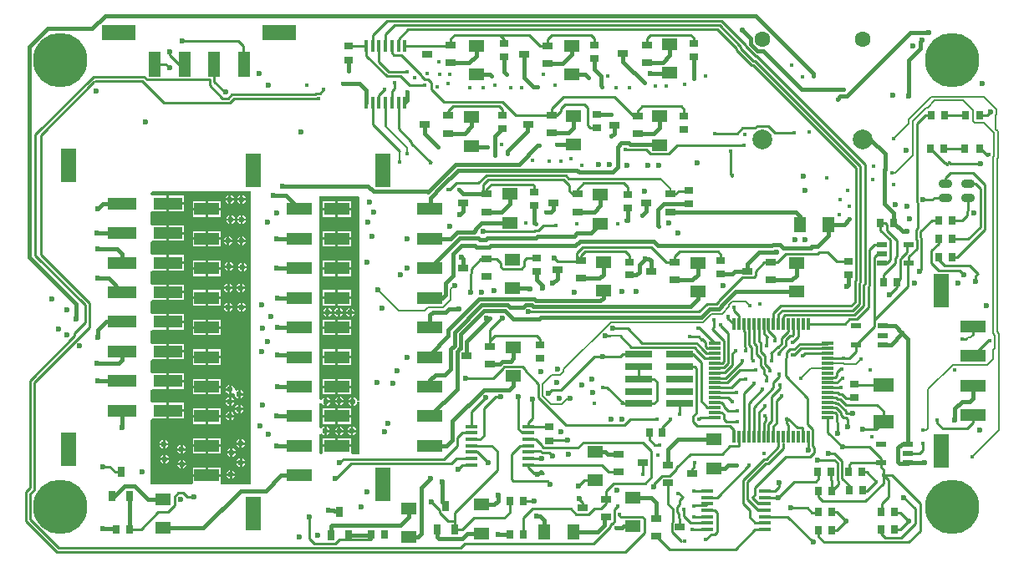
<source format=gbr>
G04 Layer_Physical_Order=1*
G04 Layer_Color=255*
%FSLAX44Y44*%
%MOMM*%
%TF.FileFunction,Copper,L1,Top,Signal*%
%TF.Part,Single*%
G01*
G75*
%TA.AperFunction,SMDPad,CuDef*%
%ADD10R,1.6500X3.4300*%
%ADD11R,2.9200X1.2700*%
%ADD12R,2.5400X1.2700*%
%ADD13R,0.8000X0.9500*%
%ADD14R,1.6000X1.2000*%
%ADD15R,1.2000X1.6000*%
%ADD16R,0.6500X1.0000*%
%ADD17R,0.9500X0.8000*%
%ADD18R,0.3600X1.2600*%
%ADD19R,1.0000X0.6500*%
%ADD20O,1.4000X0.9000*%
%ADD21R,1.2000X0.3000*%
%ADD22R,0.3000X1.2000*%
%ADD23R,2.1500X1.4500*%
%ADD24R,0.7500X0.9500*%
%ADD25R,3.4300X1.6500*%
%ADD26R,1.2700X2.5400*%
%ADD27R,1.2600X0.3600*%
%ADD28R,1.0000X0.6000*%
%ADD29R,1.6500X3.4300*%
%ADD30R,2.8000X0.7500*%
%ADD31R,0.9500X0.7500*%
%TA.AperFunction,Conductor*%
%ADD32C,0.2500*%
%ADD33C,0.4000*%
%ADD34C,0.2000*%
%ADD35C,0.6000*%
%TA.AperFunction,ComponentPad*%
%ADD36C,2.0000*%
%ADD37C,1.6000*%
%TA.AperFunction,ViaPad*%
%ADD38C,5.5000*%
%ADD39C,0.4500*%
%ADD40C,0.6000*%
%ADD41C,0.5400*%
G36*
X603152Y613152D02*
X602500Y612500D01*
Y407640D01*
X600500Y407443D01*
X600239Y408756D01*
X599244Y410244D01*
X597756Y411239D01*
X597250Y411339D01*
Y407000D01*
Y402660D01*
X597756Y402761D01*
X599244Y403756D01*
X600239Y405244D01*
X600500Y406557D01*
X602500Y406360D01*
Y353000D01*
X595715D01*
X594150Y354050D01*
X594150Y355000D01*
Y360650D01*
X579950D01*
X565750D01*
X565750Y354577D01*
X564041Y353347D01*
X562500Y353803D01*
Y373906D01*
X564500Y374512D01*
X565006Y373756D01*
X566494Y372761D01*
X567000Y372660D01*
Y377000D01*
Y381339D01*
X566494Y381239D01*
X565006Y380244D01*
X564500Y379487D01*
X562500Y380094D01*
Y405103D01*
X564500Y405300D01*
X564511Y405244D01*
X565506Y403756D01*
X566994Y402761D01*
X567500Y402660D01*
Y407000D01*
Y411339D01*
X566994Y411239D01*
X565506Y410244D01*
X564511Y408756D01*
X564500Y408700D01*
X562500Y408897D01*
Y614750D01*
X562750Y615000D01*
X602387D01*
X603152Y613152D01*
D02*
G37*
G36*
X492750Y322500D02*
X463486D01*
X462400Y324050D01*
X462400Y324500D01*
Y330650D01*
X448200D01*
X434000D01*
Y324500D01*
X434000Y324050D01*
X432914Y322500D01*
X391500D01*
X391445Y388341D01*
X393443Y389800D01*
X407600D01*
Y397650D01*
Y405500D01*
X393430D01*
X392750Y405500D01*
X391429Y406953D01*
X391419Y418351D01*
X393418Y419800D01*
X407600D01*
Y427650D01*
Y435500D01*
X393405D01*
X392750Y435500D01*
X391404Y436942D01*
X391394Y448362D01*
X393393Y449800D01*
X407600D01*
Y457650D01*
Y465500D01*
X393380D01*
X392750Y465500D01*
X391379Y466932D01*
X391369Y478372D01*
X393368Y479800D01*
X407600D01*
Y487650D01*
Y495500D01*
X393355D01*
X392750Y495500D01*
X391353Y496922D01*
X391344Y508382D01*
X393343Y509800D01*
X407600D01*
Y517650D01*
Y525500D01*
X393329D01*
X392750Y525500D01*
X391328Y526896D01*
X391319Y538427D01*
X393317Y539800D01*
X407600D01*
Y547650D01*
Y555500D01*
X393304D01*
X392750Y555500D01*
X391303Y556835D01*
X391293Y568488D01*
X393292Y569800D01*
X407600D01*
Y577650D01*
Y585500D01*
X393279D01*
X392750Y585500D01*
X391278Y586774D01*
X391268Y598549D01*
X393267Y599800D01*
X407600D01*
Y607650D01*
Y615500D01*
X393254D01*
X392750Y615500D01*
X391357Y616629D01*
X391297Y618567D01*
X392703Y620000D01*
X492750D01*
Y322500D01*
D02*
G37*
%LPC*%
G36*
X594750Y405750D02*
X591660D01*
X591761Y405244D01*
X592756Y403756D01*
X594244Y402761D01*
X594750Y402660D01*
Y405750D01*
D02*
G37*
G36*
X581000Y406000D02*
X577910D01*
X578011Y405494D01*
X579006Y404006D01*
X580494Y403011D01*
X581000Y402910D01*
Y406000D01*
D02*
G37*
G36*
X573089Y405750D02*
X570000D01*
Y402660D01*
X570506Y402761D01*
X571994Y403756D01*
X572989Y405244D01*
X573089Y405750D01*
D02*
G37*
G36*
X570000Y411339D02*
Y408250D01*
X573089D01*
X572989Y408756D01*
X571994Y410244D01*
X570506Y411239D01*
X570000Y411339D01*
D02*
G37*
G36*
X594750D02*
X594244Y411239D01*
X592756Y410244D01*
X591761Y408756D01*
X591660Y408250D01*
X594750D01*
Y411339D01*
D02*
G37*
G36*
X581000Y411590D02*
X580494Y411489D01*
X579006Y410494D01*
X578011Y409006D01*
X577910Y408500D01*
X581000D01*
Y411590D01*
D02*
G37*
G36*
X586590Y406000D02*
X583500D01*
Y402910D01*
X584006Y403011D01*
X585494Y404006D01*
X586489Y405494D01*
X586590Y406000D01*
D02*
G37*
G36*
X578700Y399750D02*
X565750D01*
Y393150D01*
X578700D01*
Y399750D01*
D02*
G37*
G36*
X594150D02*
X581200D01*
Y393150D01*
X594150D01*
Y399750D01*
D02*
G37*
G36*
X583500Y411590D02*
Y408500D01*
X586590D01*
X586489Y409006D01*
X585494Y410494D01*
X584006Y411489D01*
X583500Y411590D01*
D02*
G37*
G36*
X578700Y450650D02*
X565750D01*
Y444050D01*
X578700D01*
Y450650D01*
D02*
G37*
G36*
X594150D02*
X581200D01*
Y444050D01*
X594150D01*
Y450650D01*
D02*
G37*
G36*
Y429750D02*
X581200D01*
Y423150D01*
X594150D01*
Y429750D01*
D02*
G37*
G36*
Y459750D02*
X581200D01*
Y453150D01*
X594150D01*
Y459750D01*
D02*
G37*
G36*
X578700D02*
X565750D01*
Y453150D01*
X578700D01*
Y459750D01*
D02*
G37*
G36*
Y420650D02*
X565750D01*
Y414050D01*
X578700D01*
Y420650D01*
D02*
G37*
G36*
X594150D02*
X581200D01*
Y414050D01*
X594150D01*
Y420650D01*
D02*
G37*
G36*
X578700Y429750D02*
X565750D01*
Y423150D01*
X578700D01*
Y429750D01*
D02*
G37*
G36*
X594150Y390650D02*
X581200D01*
Y384050D01*
X594150D01*
Y390650D01*
D02*
G37*
G36*
X594000Y375750D02*
X590910D01*
X591011Y375244D01*
X592006Y373756D01*
X593494Y372761D01*
X594000Y372660D01*
Y375750D01*
D02*
G37*
G36*
X599590D02*
X596500D01*
Y372660D01*
X597006Y372761D01*
X598494Y373756D01*
X599489Y375244D01*
X599590Y375750D01*
D02*
G37*
G36*
X581000Y381090D02*
X580494Y380989D01*
X579006Y379994D01*
X578011Y378506D01*
X577910Y378000D01*
X581000D01*
Y381090D01*
D02*
G37*
G36*
Y375500D02*
X577910D01*
X578011Y374994D01*
X579006Y373506D01*
X580494Y372511D01*
X581000Y372411D01*
Y375500D01*
D02*
G37*
G36*
X586590D02*
X583500D01*
Y372411D01*
X584006Y372511D01*
X585494Y373506D01*
X586489Y374994D01*
X586590Y375500D01*
D02*
G37*
G36*
X572589Y375750D02*
X569500D01*
Y372660D01*
X570006Y372761D01*
X571494Y373756D01*
X572489Y375244D01*
X572589Y375750D01*
D02*
G37*
G36*
X583500Y381090D02*
Y378000D01*
X586590D01*
X586489Y378506D01*
X585494Y379994D01*
X584006Y380989D01*
X583500Y381090D01*
D02*
G37*
G36*
X578700Y390650D02*
X565750D01*
Y384050D01*
X578700D01*
Y390650D01*
D02*
G37*
G36*
X569500Y381339D02*
Y378250D01*
X572589D01*
X572489Y378756D01*
X571494Y380244D01*
X570006Y381239D01*
X569500Y381339D01*
D02*
G37*
G36*
X594000D02*
X593494Y381239D01*
X592006Y380244D01*
X591011Y378756D01*
X590910Y378250D01*
X594000D01*
Y381339D01*
D02*
G37*
G36*
X596500D02*
Y378250D01*
X599590D01*
X599489Y378756D01*
X598494Y380244D01*
X597006Y381239D01*
X596500Y381339D01*
D02*
G37*
G36*
X578700Y369750D02*
X565750D01*
Y363150D01*
X578700D01*
Y369750D01*
D02*
G37*
G36*
X594150D02*
X581200D01*
Y363150D01*
X594150D01*
Y369750D01*
D02*
G37*
G36*
X578700Y579750D02*
X565750D01*
Y573150D01*
X578700D01*
Y579750D01*
D02*
G37*
G36*
X594150D02*
X581200D01*
Y573150D01*
X594150D01*
Y579750D01*
D02*
G37*
G36*
Y570650D02*
X581200D01*
Y564050D01*
X594150D01*
Y570650D01*
D02*
G37*
G36*
Y549750D02*
X581200D01*
Y543150D01*
X594150D01*
Y549750D01*
D02*
G37*
G36*
X578700D02*
X565750D01*
Y543150D01*
X578700D01*
Y549750D01*
D02*
G37*
G36*
X578700Y570650D02*
X565750D01*
Y564050D01*
X578700D01*
Y570650D01*
D02*
G37*
G36*
X594150Y609750D02*
X581200D01*
Y603150D01*
X594150D01*
Y609750D01*
D02*
G37*
G36*
X578700D02*
X565750D01*
Y603150D01*
X578700D01*
Y609750D01*
D02*
G37*
G36*
Y600650D02*
X565750D01*
Y594050D01*
X578700D01*
Y600650D01*
D02*
G37*
G36*
X594150D02*
X581200D01*
Y594050D01*
X594150D01*
Y600650D01*
D02*
G37*
G36*
X592500Y501339D02*
X591994Y501239D01*
X590506Y500244D01*
X589511Y498756D01*
X589411Y498250D01*
X592500D01*
Y501339D01*
D02*
G37*
G36*
X595000D02*
Y498250D01*
X598089D01*
X597989Y498756D01*
X596994Y500244D01*
X595506Y501239D01*
X595000Y501339D01*
D02*
G37*
G36*
X569250Y501590D02*
X568744Y501489D01*
X567256Y500494D01*
X566261Y499006D01*
X566161Y498500D01*
X569250D01*
Y501590D01*
D02*
G37*
G36*
X571750D02*
Y498500D01*
X574840D01*
X574739Y499006D01*
X573744Y500494D01*
X572256Y501489D01*
X571750Y501590D01*
D02*
G37*
G36*
X580500D02*
X579994Y501489D01*
X578506Y500494D01*
X577511Y499006D01*
X577411Y498500D01*
X580500D01*
Y501590D01*
D02*
G37*
G36*
X583000D02*
Y498500D01*
X586090D01*
X585989Y499006D01*
X584994Y500494D01*
X583506Y501489D01*
X583000Y501590D01*
D02*
G37*
G36*
X586090Y496000D02*
X583000D01*
Y492910D01*
X583506Y493011D01*
X584994Y494006D01*
X585989Y495494D01*
X586090Y496000D01*
D02*
G37*
G36*
X578700Y489750D02*
X565750D01*
Y483150D01*
X578700D01*
Y489750D01*
D02*
G37*
G36*
Y480650D02*
X565750D01*
Y474050D01*
X578700D01*
Y480650D01*
D02*
G37*
G36*
X594150D02*
X581200D01*
Y474050D01*
X594150D01*
Y480650D01*
D02*
G37*
G36*
Y489750D02*
X581200D01*
Y483150D01*
X594150D01*
Y489750D01*
D02*
G37*
G36*
X569250Y496000D02*
X566161D01*
X566261Y495494D01*
X567256Y494006D01*
X568744Y493011D01*
X569250Y492910D01*
Y496000D01*
D02*
G37*
G36*
X574840D02*
X571750D01*
Y492910D01*
X572256Y493011D01*
X573744Y494006D01*
X574739Y495494D01*
X574840Y496000D01*
D02*
G37*
G36*
X580500D02*
X577411D01*
X577511Y495494D01*
X578506Y494006D01*
X579994Y493011D01*
X580500Y492910D01*
Y496000D01*
D02*
G37*
G36*
X592500Y495750D02*
X589411D01*
X589511Y495244D01*
X590506Y493756D01*
X591994Y492761D01*
X592500Y492660D01*
Y495750D01*
D02*
G37*
G36*
X598089D02*
X595000D01*
Y492660D01*
X595506Y492761D01*
X596994Y493756D01*
X597989Y495244D01*
X598089Y495750D01*
D02*
G37*
G36*
X578700Y540650D02*
X565750D01*
Y534050D01*
X578700D01*
Y540650D01*
D02*
G37*
G36*
X594150D02*
X581200D01*
Y534050D01*
X594150D01*
Y540650D01*
D02*
G37*
G36*
X578700Y510650D02*
X565750D01*
Y504050D01*
X578700D01*
Y510650D01*
D02*
G37*
G36*
X594150D02*
X581200D01*
Y504050D01*
X594150D01*
Y510650D01*
D02*
G37*
G36*
X578700Y519750D02*
X565750D01*
Y513150D01*
X578700D01*
Y519750D01*
D02*
G37*
G36*
X594150D02*
X581200D01*
Y513150D01*
X594150D01*
Y519750D01*
D02*
G37*
G36*
X482250Y403590D02*
Y400500D01*
X485340D01*
X485239Y401006D01*
X484244Y402494D01*
X482756Y403489D01*
X482250Y403590D01*
D02*
G37*
G36*
X470500Y405500D02*
X467411D01*
X467511Y404994D01*
X468506Y403506D01*
X469994Y402511D01*
X470500Y402411D01*
Y405500D01*
D02*
G37*
G36*
X476090D02*
X473000D01*
Y402411D01*
X473506Y402511D01*
X474994Y403506D01*
X475989Y404994D01*
X476090Y405500D01*
D02*
G37*
G36*
X470500Y411090D02*
X469994Y410989D01*
X468506Y409994D01*
X467511Y408506D01*
X467411Y408000D01*
X470500D01*
Y411090D01*
D02*
G37*
G36*
X473000D02*
Y408000D01*
X476090D01*
X475989Y408506D01*
X474994Y409994D01*
X473506Y410989D01*
X473000Y411090D01*
D02*
G37*
G36*
X446950Y399750D02*
X434000D01*
Y393150D01*
X446950D01*
Y399750D01*
D02*
G37*
G36*
X462400D02*
X449450D01*
Y393150D01*
X462400D01*
Y399750D01*
D02*
G37*
G36*
X470750Y390750D02*
X467660D01*
X467761Y390244D01*
X468756Y388756D01*
X470244Y387761D01*
X470750Y387660D01*
Y390750D01*
D02*
G37*
G36*
X476339D02*
X473250D01*
Y387660D01*
X473756Y387761D01*
X475244Y388756D01*
X476239Y390244D01*
X476339Y390750D01*
D02*
G37*
G36*
X424950Y396400D02*
X410100D01*
Y389800D01*
X424950D01*
Y396400D01*
D02*
G37*
G36*
X485340Y398000D02*
X482250D01*
Y394911D01*
X482756Y395011D01*
X484244Y396006D01*
X485239Y397494D01*
X485340Y398000D01*
D02*
G37*
G36*
X410100Y405500D02*
Y398900D01*
X424950D01*
Y405500D01*
X410100D01*
D02*
G37*
G36*
X479750Y403590D02*
X479244Y403489D01*
X477756Y402494D01*
X476761Y401006D01*
X476660Y400500D01*
X479750D01*
Y403590D01*
D02*
G37*
G36*
X470750Y396339D02*
X470244Y396239D01*
X468756Y395244D01*
X467761Y393756D01*
X467660Y393250D01*
X470750D01*
Y396339D01*
D02*
G37*
G36*
X473250D02*
Y393250D01*
X476339D01*
X476239Y393756D01*
X475244Y395244D01*
X473756Y396239D01*
X473250Y396339D01*
D02*
G37*
G36*
X479750Y398000D02*
X476660D01*
X476761Y397494D01*
X477756Y396006D01*
X479244Y395011D01*
X479750Y394911D01*
Y398000D01*
D02*
G37*
G36*
X462400Y450650D02*
X449450D01*
Y444050D01*
X462400D01*
Y450650D01*
D02*
G37*
G36*
X410100Y435500D02*
Y428900D01*
X424950D01*
Y435500D01*
X410100D01*
D02*
G37*
G36*
X446950Y450650D02*
X434000D01*
Y444050D01*
X446950D01*
Y450650D01*
D02*
G37*
G36*
X424950Y456400D02*
X410100D01*
Y449800D01*
X424950D01*
Y456400D01*
D02*
G37*
G36*
X410100Y465500D02*
Y458900D01*
X424950D01*
Y465500D01*
X410100D01*
D02*
G37*
G36*
X446950Y480650D02*
X434000D01*
Y474050D01*
X446950D01*
Y480650D01*
D02*
G37*
G36*
Y459750D02*
X434000D01*
Y453150D01*
X446950D01*
Y459750D01*
D02*
G37*
G36*
X462400D02*
X449450D01*
Y453150D01*
X462400D01*
Y459750D01*
D02*
G37*
G36*
Y420650D02*
X449450D01*
Y414050D01*
X462400D01*
Y420650D01*
D02*
G37*
G36*
X473000Y423340D02*
Y419000D01*
Y414660D01*
X473506Y414761D01*
X474623Y415507D01*
X476022Y414889D01*
X476465Y414516D01*
X476412Y414250D01*
X476761Y412494D01*
X477756Y411006D01*
X479244Y410011D01*
X479750Y409911D01*
Y414250D01*
Y418590D01*
X479244Y418489D01*
X478127Y417743D01*
X476727Y418361D01*
X476285Y418734D01*
X476338Y419000D01*
X475989Y420756D01*
X474994Y422244D01*
X473506Y423239D01*
X473000Y423340D01*
D02*
G37*
G36*
X485340Y413000D02*
X482250D01*
Y409911D01*
X482756Y410011D01*
X484244Y411006D01*
X485239Y412494D01*
X485340Y413000D01*
D02*
G37*
G36*
X446950Y420650D02*
X434000D01*
Y414050D01*
X446950D01*
Y420650D01*
D02*
G37*
G36*
X470500Y417750D02*
X467411D01*
X467511Y417244D01*
X468506Y415756D01*
X469994Y414761D01*
X470500Y414660D01*
Y417750D01*
D02*
G37*
G36*
X446950Y429750D02*
X434000D01*
Y423150D01*
X446950D01*
Y429750D01*
D02*
G37*
G36*
X462400D02*
X449450D01*
Y423150D01*
X462400D01*
Y429750D01*
D02*
G37*
G36*
X482250Y418590D02*
Y415500D01*
X485340D01*
X485239Y416006D01*
X484244Y417494D01*
X482756Y418489D01*
X482250Y418590D01*
D02*
G37*
G36*
X424950Y426400D02*
X410100D01*
Y419800D01*
X424950D01*
Y426400D01*
D02*
G37*
G36*
X470500Y423340D02*
X469994Y423239D01*
X468506Y422244D01*
X467511Y420756D01*
X467411Y420250D01*
X470500D01*
Y423340D01*
D02*
G37*
G36*
X404250Y352840D02*
X403744Y352739D01*
X402256Y351744D01*
X401261Y350256D01*
X401161Y349750D01*
X404250D01*
Y352840D01*
D02*
G37*
G36*
X406750D02*
Y349750D01*
X409840D01*
X409739Y350256D01*
X408744Y351744D01*
X407256Y352739D01*
X406750Y352840D01*
D02*
G37*
G36*
X472000Y354000D02*
X468910D01*
X469011Y353494D01*
X470006Y352006D01*
X471494Y351011D01*
X472000Y350910D01*
Y354000D01*
D02*
G37*
G36*
X424250Y347840D02*
Y344750D01*
X427340D01*
X427239Y345256D01*
X426244Y346744D01*
X424756Y347739D01*
X424250Y347840D01*
D02*
G37*
G36*
X481500Y349339D02*
X480994Y349239D01*
X479506Y348244D01*
X478511Y346756D01*
X478410Y346250D01*
X481500D01*
Y349339D01*
D02*
G37*
G36*
X484000D02*
Y346250D01*
X487090D01*
X486989Y346756D01*
X485994Y348244D01*
X484506Y349239D01*
X484000Y349339D01*
D02*
G37*
G36*
X477589Y354000D02*
X474500D01*
Y350910D01*
X475006Y351011D01*
X476494Y352006D01*
X477489Y353494D01*
X477589Y354000D01*
D02*
G37*
G36*
X462400Y360650D02*
X449450D01*
Y354050D01*
X462400D01*
Y360650D01*
D02*
G37*
G36*
X472000Y359590D02*
X471494Y359489D01*
X470006Y358494D01*
X469011Y357006D01*
X468910Y356500D01*
X472000D01*
Y359590D01*
D02*
G37*
G36*
X474500D02*
Y356500D01*
X477589D01*
X477489Y357006D01*
X476494Y358494D01*
X475006Y359489D01*
X474500Y359590D01*
D02*
G37*
G36*
X421500Y357000D02*
X418410D01*
X418511Y356494D01*
X419506Y355006D01*
X420994Y354011D01*
X421500Y353910D01*
Y357000D01*
D02*
G37*
G36*
X427090D02*
X424000D01*
Y353910D01*
X424506Y354011D01*
X425994Y355006D01*
X426989Y356494D01*
X427090Y357000D01*
D02*
G37*
G36*
X446950Y360650D02*
X434000D01*
Y354050D01*
X446950D01*
Y360650D01*
D02*
G37*
G36*
X462400Y339750D02*
X449450D01*
Y333150D01*
X462400D01*
Y339750D01*
D02*
G37*
G36*
X471500Y337090D02*
X470994Y336989D01*
X469506Y335994D01*
X468511Y334506D01*
X468410Y334000D01*
X471500D01*
Y337090D01*
D02*
G37*
G36*
X474000D02*
Y334000D01*
X477090D01*
X476989Y334506D01*
X475994Y335994D01*
X474506Y336989D01*
X474000Y337090D01*
D02*
G37*
G36*
X471500Y331500D02*
X468410D01*
X468511Y330994D01*
X469506Y329506D01*
X470994Y328511D01*
X471500Y328410D01*
Y331500D01*
D02*
G37*
G36*
X477090D02*
X474000D01*
Y328410D01*
X474506Y328511D01*
X475994Y329506D01*
X476989Y330994D01*
X477090Y331500D01*
D02*
G37*
G36*
X446950Y339750D02*
X434000D01*
Y333150D01*
X446950D01*
Y339750D01*
D02*
G37*
G36*
X421750Y342250D02*
X418661D01*
X418761Y341744D01*
X419756Y340256D01*
X421244Y339261D01*
X421750Y339160D01*
Y342250D01*
D02*
G37*
G36*
X404250Y347250D02*
X401161D01*
X401261Y346744D01*
X402256Y345256D01*
X403744Y344261D01*
X404250Y344160D01*
Y347250D01*
D02*
G37*
G36*
X409840D02*
X406750D01*
Y344160D01*
X407256Y344261D01*
X408744Y345256D01*
X409739Y346744D01*
X409840Y347250D01*
D02*
G37*
G36*
X421750Y347840D02*
X421244Y347739D01*
X419756Y346744D01*
X418761Y345256D01*
X418661Y344750D01*
X421750D01*
Y347840D01*
D02*
G37*
G36*
X427340Y342250D02*
X424250D01*
Y339160D01*
X424756Y339261D01*
X426244Y340256D01*
X427239Y341744D01*
X427340Y342250D01*
D02*
G37*
G36*
X481500Y343750D02*
X478410D01*
X478511Y343244D01*
X479506Y341756D01*
X480994Y340761D01*
X481500Y340661D01*
Y343750D01*
D02*
G37*
G36*
X487090D02*
X484000D01*
Y340661D01*
X484506Y340761D01*
X485994Y341756D01*
X486989Y343244D01*
X487090Y343750D01*
D02*
G37*
G36*
X403750Y362250D02*
X400661D01*
X400761Y361744D01*
X401756Y360256D01*
X403244Y359261D01*
X403750Y359160D01*
Y362250D01*
D02*
G37*
G36*
X446950Y390650D02*
X434000D01*
Y384050D01*
X446950D01*
Y390650D01*
D02*
G37*
G36*
X462400D02*
X449450D01*
Y384050D01*
X462400D01*
Y390650D01*
D02*
G37*
G36*
X481250Y363000D02*
X478161D01*
X478261Y362494D01*
X479256Y361006D01*
X480744Y360011D01*
X481250Y359911D01*
Y363000D01*
D02*
G37*
G36*
X486839D02*
X483750D01*
Y359911D01*
X484256Y360011D01*
X485744Y361006D01*
X486739Y362494D01*
X486839Y363000D01*
D02*
G37*
G36*
X446950Y369750D02*
X434000D01*
Y363150D01*
X446950D01*
Y369750D01*
D02*
G37*
G36*
X409339Y362250D02*
X406250D01*
Y359160D01*
X406756Y359261D01*
X408244Y360256D01*
X409239Y361744D01*
X409339Y362250D01*
D02*
G37*
G36*
X421500Y362589D02*
X420994Y362489D01*
X419506Y361494D01*
X418511Y360006D01*
X418410Y359500D01*
X421500D01*
Y362589D01*
D02*
G37*
G36*
X424000D02*
Y359500D01*
X427090D01*
X426989Y360006D01*
X425994Y361494D01*
X424506Y362489D01*
X424000Y362589D01*
D02*
G37*
G36*
X406250Y367840D02*
Y364750D01*
X409339D01*
X409239Y365256D01*
X408244Y366744D01*
X406756Y367739D01*
X406250Y367840D01*
D02*
G37*
G36*
X481250Y368590D02*
X480744Y368489D01*
X479256Y367494D01*
X478261Y366006D01*
X478161Y365500D01*
X481250D01*
Y368590D01*
D02*
G37*
G36*
X483750D02*
Y365500D01*
X486839D01*
X486739Y366006D01*
X485744Y367494D01*
X484256Y368489D01*
X483750Y368590D01*
D02*
G37*
G36*
X462400Y369750D02*
X449450D01*
Y363150D01*
X462400D01*
Y369750D01*
D02*
G37*
G36*
X403750Y367840D02*
X403244Y367739D01*
X401756Y366744D01*
X400761Y365256D01*
X400661Y364750D01*
X403750D01*
Y367840D01*
D02*
G37*
G36*
X462400Y480650D02*
X449450D01*
Y474050D01*
X462400D01*
Y480650D01*
D02*
G37*
G36*
X487589Y568500D02*
X484500D01*
Y565410D01*
X485006Y565511D01*
X486494Y566506D01*
X487489Y567994D01*
X487589Y568500D01*
D02*
G37*
G36*
X424950Y576400D02*
X410100D01*
Y569800D01*
X424950D01*
Y576400D01*
D02*
G37*
G36*
X468500Y574090D02*
X467994Y573989D01*
X466506Y572994D01*
X465511Y571506D01*
X465410Y571000D01*
X468500D01*
Y574090D01*
D02*
G37*
G36*
Y568500D02*
X465410D01*
X465511Y567994D01*
X466506Y566506D01*
X467994Y565511D01*
X468500Y565410D01*
Y568500D01*
D02*
G37*
G36*
X474090D02*
X471000D01*
Y565410D01*
X471506Y565511D01*
X472994Y566506D01*
X473989Y567994D01*
X474090Y568500D01*
D02*
G37*
G36*
X482000D02*
X478910D01*
X479011Y567994D01*
X480006Y566506D01*
X481494Y565511D01*
X482000Y565410D01*
Y568500D01*
D02*
G37*
G36*
X471000Y574090D02*
Y571000D01*
X474090D01*
X473989Y571506D01*
X472994Y572994D01*
X471506Y573989D01*
X471000Y574090D01*
D02*
G37*
G36*
X462400Y579750D02*
X449450D01*
Y573150D01*
X462400D01*
Y579750D01*
D02*
G37*
G36*
X482000Y574090D02*
X481494Y573989D01*
X480006Y572994D01*
X479011Y571506D01*
X478910Y571000D01*
X482000D01*
Y574090D01*
D02*
G37*
G36*
X484500D02*
Y571000D01*
X487589D01*
X487489Y571506D01*
X486494Y572994D01*
X485006Y573989D01*
X484500Y574090D01*
D02*
G37*
G36*
X446950Y579750D02*
X434000D01*
Y573150D01*
X446950D01*
Y579750D01*
D02*
G37*
G36*
X462400Y549750D02*
X449450D01*
Y543150D01*
X462400D01*
Y549750D01*
D02*
G37*
G36*
X483250Y547340D02*
X482744Y547239D01*
X481256Y546244D01*
X480261Y544756D01*
X480160Y544250D01*
X483250D01*
Y547340D01*
D02*
G37*
G36*
X424950Y546400D02*
X410100D01*
Y539800D01*
X424950D01*
Y546400D01*
D02*
G37*
G36*
X446950Y549750D02*
X434000D01*
Y543150D01*
X446950D01*
Y549750D01*
D02*
G37*
G36*
X485750Y547340D02*
Y544250D01*
X488839D01*
X488739Y544756D01*
X487744Y546244D01*
X486256Y547239D01*
X485750Y547340D01*
D02*
G37*
G36*
X446950Y570650D02*
X434000D01*
Y564050D01*
X446950D01*
Y570650D01*
D02*
G37*
G36*
X462400D02*
X449450D01*
Y564050D01*
X462400D01*
Y570650D01*
D02*
G37*
G36*
X469250Y548089D02*
X468744Y547989D01*
X467256Y546994D01*
X466261Y545506D01*
X466161Y545000D01*
X469250D01*
Y548089D01*
D02*
G37*
G36*
X471750D02*
Y545000D01*
X474840D01*
X474739Y545506D01*
X473744Y546994D01*
X472256Y547989D01*
X471750Y548089D01*
D02*
G37*
G36*
X410100Y555500D02*
Y548900D01*
X424950D01*
Y555500D01*
X410100D01*
D02*
G37*
G36*
X470250Y610750D02*
X467160D01*
X467261Y610244D01*
X468256Y608756D01*
X469744Y607761D01*
X470250Y607660D01*
Y610750D01*
D02*
G37*
G36*
X475840D02*
X472750D01*
Y607660D01*
X473256Y607761D01*
X474744Y608756D01*
X475739Y610244D01*
X475840Y610750D01*
D02*
G37*
G36*
X446950Y609750D02*
X434000D01*
Y603150D01*
X446950D01*
Y609750D01*
D02*
G37*
G36*
X462400D02*
X449450D01*
Y603150D01*
X462400D01*
Y609750D01*
D02*
G37*
G36*
X482000Y610750D02*
X478910D01*
X479011Y610244D01*
X480006Y608756D01*
X481494Y607761D01*
X482000Y607660D01*
Y610750D01*
D02*
G37*
G36*
X472750Y616339D02*
Y613250D01*
X475840D01*
X475739Y613756D01*
X474744Y615244D01*
X473256Y616239D01*
X472750Y616339D01*
D02*
G37*
G36*
X482000D02*
X481494Y616239D01*
X480006Y615244D01*
X479011Y613756D01*
X478910Y613250D01*
X482000D01*
Y616339D01*
D02*
G37*
G36*
X484500D02*
Y613250D01*
X487589D01*
X487489Y613756D01*
X486494Y615244D01*
X485006Y616239D01*
X484500Y616339D01*
D02*
G37*
G36*
X487589Y610750D02*
X484500D01*
Y607660D01*
X485006Y607761D01*
X486494Y608756D01*
X487489Y610244D01*
X487589Y610750D01*
D02*
G37*
G36*
X410100Y615500D02*
Y608900D01*
X424950D01*
Y615500D01*
X410100D01*
D02*
G37*
G36*
X470250Y616339D02*
X469744Y616239D01*
X468256Y615244D01*
X467261Y613756D01*
X467160Y613250D01*
X470250D01*
Y616339D01*
D02*
G37*
G36*
X424950Y606400D02*
X410100D01*
Y599800D01*
X424950D01*
Y606400D01*
D02*
G37*
G36*
X482250Y590000D02*
X479160D01*
X479261Y589494D01*
X480256Y588006D01*
X481744Y587011D01*
X482250Y586911D01*
Y590000D01*
D02*
G37*
G36*
X487840D02*
X484750D01*
Y586911D01*
X485256Y587011D01*
X486744Y588006D01*
X487739Y589494D01*
X487840Y590000D01*
D02*
G37*
G36*
X471000Y595589D02*
X470494Y595489D01*
X469006Y594494D01*
X468011Y593006D01*
X467910Y592500D01*
X471000D01*
Y595589D01*
D02*
G37*
G36*
X410100Y585500D02*
Y578900D01*
X424950D01*
Y585500D01*
X410100D01*
D02*
G37*
G36*
X471000Y590000D02*
X467910D01*
X468011Y589494D01*
X469006Y588006D01*
X470494Y587011D01*
X471000Y586911D01*
Y590000D01*
D02*
G37*
G36*
X476590D02*
X473500D01*
Y586911D01*
X474006Y587011D01*
X475494Y588006D01*
X476489Y589494D01*
X476590Y590000D01*
D02*
G37*
G36*
X473500Y595589D02*
Y592500D01*
X476590D01*
X476489Y593006D01*
X475494Y594494D01*
X474006Y595489D01*
X473500Y595589D01*
D02*
G37*
G36*
X462400Y600650D02*
X449450D01*
Y594050D01*
X462400D01*
Y600650D01*
D02*
G37*
G36*
X482250Y595589D02*
X481744Y595489D01*
X480256Y594494D01*
X479261Y593006D01*
X479160Y592500D01*
X482250D01*
Y595589D01*
D02*
G37*
G36*
X484750D02*
Y592500D01*
X487840D01*
X487739Y593006D01*
X486744Y594494D01*
X485256Y595489D01*
X484750Y595589D01*
D02*
G37*
G36*
X446950Y600650D02*
X434000D01*
Y594050D01*
X446950D01*
Y600650D01*
D02*
G37*
G36*
X487840Y501250D02*
X484750D01*
Y498161D01*
X485256Y498261D01*
X486744Y499256D01*
X487739Y500744D01*
X487840Y501250D01*
D02*
G37*
G36*
X468750D02*
X465661D01*
X465761Y500744D01*
X466756Y499256D01*
X468244Y498261D01*
X468750Y498161D01*
Y501250D01*
D02*
G37*
G36*
X474339D02*
X471250D01*
Y498161D01*
X471756Y498261D01*
X473244Y499256D01*
X474239Y500744D01*
X474339Y501250D01*
D02*
G37*
G36*
X482250D02*
X479160D01*
X479261Y500744D01*
X480256Y499256D01*
X481744Y498261D01*
X482250Y498161D01*
Y501250D01*
D02*
G37*
G36*
X468750Y506839D02*
X468244Y506739D01*
X466756Y505744D01*
X465761Y504256D01*
X465661Y503750D01*
X468750D01*
Y506839D01*
D02*
G37*
G36*
X471250D02*
Y503750D01*
X474339D01*
X474239Y504256D01*
X473244Y505744D01*
X471756Y506739D01*
X471250Y506839D01*
D02*
G37*
G36*
X482250D02*
X481744Y506739D01*
X480256Y505744D01*
X479261Y504256D01*
X479160Y503750D01*
X482250D01*
Y506839D01*
D02*
G37*
G36*
X446950Y489750D02*
X434000D01*
Y483150D01*
X446950D01*
Y489750D01*
D02*
G37*
G36*
X462400D02*
X449450D01*
Y483150D01*
X462400D01*
Y489750D01*
D02*
G37*
G36*
X424950Y486400D02*
X410100D01*
Y479800D01*
X424950D01*
Y486400D01*
D02*
G37*
G36*
X410100Y495500D02*
Y488900D01*
X424950D01*
Y495500D01*
X410100D01*
D02*
G37*
G36*
X481500Y526339D02*
X480994Y526239D01*
X479506Y525244D01*
X478511Y523756D01*
X478410Y523250D01*
X481500D01*
Y526339D01*
D02*
G37*
G36*
X484000D02*
Y523250D01*
X487090D01*
X486989Y523756D01*
X485994Y525244D01*
X484506Y526239D01*
X484000Y526339D01*
D02*
G37*
G36*
X446950Y540650D02*
X434000D01*
Y534050D01*
X446950D01*
Y540650D01*
D02*
G37*
G36*
X410100Y525500D02*
Y518900D01*
X424950D01*
Y525500D01*
X410100D01*
D02*
G37*
G36*
X468750Y526339D02*
X468244Y526239D01*
X466756Y525244D01*
X465761Y523756D01*
X465661Y523250D01*
X468750D01*
Y526339D01*
D02*
G37*
G36*
X471250D02*
Y523250D01*
X474339D01*
X474239Y523756D01*
X473244Y525244D01*
X471756Y526239D01*
X471250Y526339D01*
D02*
G37*
G36*
X462400Y540650D02*
X449450D01*
Y534050D01*
X462400D01*
Y540650D01*
D02*
G37*
G36*
X488839Y541750D02*
X485750D01*
Y538661D01*
X486256Y538761D01*
X487744Y539756D01*
X488739Y541244D01*
X488839Y541750D01*
D02*
G37*
G36*
X469250Y542500D02*
X466161D01*
X466261Y541994D01*
X467256Y540506D01*
X468744Y539511D01*
X469250Y539411D01*
Y542500D01*
D02*
G37*
G36*
X474840D02*
X471750D01*
Y539411D01*
X472256Y539511D01*
X473744Y540506D01*
X474739Y541994D01*
X474840Y542500D01*
D02*
G37*
G36*
X483250Y541750D02*
X480160D01*
X480261Y541244D01*
X481256Y539756D01*
X482744Y538761D01*
X483250Y538661D01*
Y541750D01*
D02*
G37*
G36*
X487090Y520750D02*
X484000D01*
Y517660D01*
X484506Y517761D01*
X485994Y518756D01*
X486989Y520244D01*
X487090Y520750D01*
D02*
G37*
G36*
X424950Y516400D02*
X410100D01*
Y509800D01*
X424950D01*
Y516400D01*
D02*
G37*
G36*
X484750Y506839D02*
Y503750D01*
X487840D01*
X487739Y504256D01*
X486744Y505744D01*
X485256Y506739D01*
X484750Y506839D01*
D02*
G37*
G36*
X446950Y510650D02*
X434000D01*
Y504050D01*
X446950D01*
Y510650D01*
D02*
G37*
G36*
X462400D02*
X449450D01*
Y504050D01*
X462400D01*
Y510650D01*
D02*
G37*
G36*
X446950Y519750D02*
X434000D01*
Y513150D01*
X446950D01*
Y519750D01*
D02*
G37*
G36*
X468750Y520750D02*
X465661D01*
X465761Y520244D01*
X466756Y518756D01*
X468244Y517761D01*
X468750Y517660D01*
Y520750D01*
D02*
G37*
G36*
X474339D02*
X471250D01*
Y517660D01*
X471756Y517761D01*
X473244Y518756D01*
X474239Y520244D01*
X474339Y520750D01*
D02*
G37*
G36*
X481500D02*
X478410D01*
X478511Y520244D01*
X479506Y518756D01*
X480994Y517761D01*
X481500Y517660D01*
Y520750D01*
D02*
G37*
G36*
X462400Y519750D02*
X449450D01*
Y513150D01*
X462400D01*
Y519750D01*
D02*
G37*
%LPD*%
D10*
X307850Y358700D02*
D03*
Y646600D02*
D03*
X626950Y640850D02*
D03*
Y322950D02*
D03*
X495200Y640850D02*
D03*
Y292950D02*
D03*
D11*
X362650Y397650D02*
D03*
Y427650D02*
D03*
Y457650D02*
D03*
Y487650D02*
D03*
Y517650D02*
D03*
Y547650D02*
D03*
Y577650D02*
D03*
Y607650D02*
D03*
X408850Y397650D02*
D03*
Y427650D02*
D03*
Y457650D02*
D03*
Y487650D02*
D03*
Y517650D02*
D03*
Y547650D02*
D03*
Y577650D02*
D03*
Y607650D02*
D03*
D12*
X673950Y601900D02*
D03*
Y571900D02*
D03*
Y541900D02*
D03*
Y511900D02*
D03*
Y481900D02*
D03*
Y451900D02*
D03*
Y421900D02*
D03*
Y391900D02*
D03*
Y361900D02*
D03*
X579950Y601900D02*
D03*
Y571900D02*
D03*
Y541900D02*
D03*
Y511900D02*
D03*
Y481900D02*
D03*
Y451900D02*
D03*
Y421900D02*
D03*
Y391900D02*
D03*
Y361900D02*
D03*
X1224450Y393150D02*
D03*
Y423150D02*
D03*
Y453150D02*
D03*
Y483150D02*
D03*
X542200Y601900D02*
D03*
Y571900D02*
D03*
Y541900D02*
D03*
Y511900D02*
D03*
Y481900D02*
D03*
Y451900D02*
D03*
Y421900D02*
D03*
Y391900D02*
D03*
Y361900D02*
D03*
Y331900D02*
D03*
X448200Y601900D02*
D03*
Y571900D02*
D03*
Y541900D02*
D03*
Y511900D02*
D03*
Y481900D02*
D03*
Y451900D02*
D03*
Y421900D02*
D03*
Y391900D02*
D03*
Y361900D02*
D03*
Y331900D02*
D03*
D13*
X356500Y277250D02*
D03*
X370000D02*
D03*
X755000Y272250D02*
D03*
X768500D02*
D03*
Y305750D02*
D03*
X755000D02*
D03*
X909750Y375750D02*
D03*
X896250D02*
D03*
X628500Y271750D02*
D03*
X615000D02*
D03*
X1203000Y553250D02*
D03*
X1189500D02*
D03*
Y590750D02*
D03*
X1203000D02*
D03*
X1189500Y571750D02*
D03*
X1203000D02*
D03*
X1195000Y663250D02*
D03*
X1181500D02*
D03*
X1195250Y697000D02*
D03*
X1181750D02*
D03*
X1067000Y335250D02*
D03*
X1080500D02*
D03*
X1067750Y316250D02*
D03*
X1081250D02*
D03*
X1098750Y317250D02*
D03*
X1112250D02*
D03*
X1098500Y335250D02*
D03*
X1112000D02*
D03*
X1067750Y295000D02*
D03*
X1081250D02*
D03*
X1067750Y276000D02*
D03*
X1081250D02*
D03*
X1131500Y276750D02*
D03*
X1145000D02*
D03*
X1131500Y294750D02*
D03*
X1145000D02*
D03*
X1147000Y527500D02*
D03*
X1133500D02*
D03*
X1130750Y588250D02*
D03*
X1144250D02*
D03*
D14*
X726750Y302250D02*
D03*
Y273250D02*
D03*
X841250Y327000D02*
D03*
Y356000D02*
D03*
X652500Y269500D02*
D03*
Y298500D02*
D03*
X1045500Y518250D02*
D03*
Y547250D02*
D03*
X759000Y432750D02*
D03*
Y461750D02*
D03*
X945500Y518500D02*
D03*
Y547500D02*
D03*
X849750Y519250D02*
D03*
Y548250D02*
D03*
X757500Y521750D02*
D03*
Y550750D02*
D03*
X847000Y587250D02*
D03*
Y616250D02*
D03*
X755250Y588250D02*
D03*
Y617250D02*
D03*
X906500Y667000D02*
D03*
Y696000D02*
D03*
X819750Y667500D02*
D03*
Y696500D02*
D03*
X917250Y740000D02*
D03*
Y769000D02*
D03*
X817500Y738500D02*
D03*
Y767500D02*
D03*
X721000Y738500D02*
D03*
Y767500D02*
D03*
X716500Y666000D02*
D03*
Y695000D02*
D03*
X961500Y339250D02*
D03*
Y368250D02*
D03*
X880000Y280750D02*
D03*
Y309750D02*
D03*
X403500Y278750D02*
D03*
Y307750D02*
D03*
D15*
X790250Y274250D02*
D03*
X819250D02*
D03*
X1077750Y586250D02*
D03*
X1048750D02*
D03*
D16*
X573750Y271250D02*
D03*
X591750D02*
D03*
X582750Y295250D02*
D03*
X690250Y300750D02*
D03*
X699250Y276750D02*
D03*
X681250D02*
D03*
X352250Y311250D02*
D03*
X370250D02*
D03*
X361250Y335250D02*
D03*
D17*
X1097750Y535250D02*
D03*
Y548750D02*
D03*
X785750Y450500D02*
D03*
Y464000D02*
D03*
X969000Y536000D02*
D03*
Y549500D02*
D03*
X876750Y535000D02*
D03*
Y548500D02*
D03*
X782750Y538750D02*
D03*
Y552250D02*
D03*
X936250Y607250D02*
D03*
Y620750D02*
D03*
X874250Y603000D02*
D03*
Y616500D02*
D03*
X780000Y606000D02*
D03*
Y619500D02*
D03*
X931500Y683000D02*
D03*
Y696500D02*
D03*
X843250Y698000D02*
D03*
Y684500D02*
D03*
X941750Y756500D02*
D03*
Y770000D02*
D03*
X841000Y755000D02*
D03*
Y768500D02*
D03*
X749500Y756250D02*
D03*
Y769750D02*
D03*
X747750Y683750D02*
D03*
Y697250D02*
D03*
X1104000Y424250D02*
D03*
Y410750D02*
D03*
D18*
X648750Y767750D02*
D03*
X642250D02*
D03*
X635750D02*
D03*
X629250D02*
D03*
X622750D02*
D03*
X616250D02*
D03*
X609750D02*
D03*
X648750Y709750D02*
D03*
X642250D02*
D03*
X635750D02*
D03*
X629250D02*
D03*
X622750D02*
D03*
X616250D02*
D03*
X609750D02*
D03*
D19*
X735250Y444500D02*
D03*
Y462500D02*
D03*
X711250Y453500D02*
D03*
X995750Y539000D02*
D03*
X1019750Y548000D02*
D03*
Y530000D02*
D03*
X922000D02*
D03*
Y548000D02*
D03*
X898000Y539000D02*
D03*
X803250Y540750D02*
D03*
X827250Y549750D02*
D03*
Y531750D02*
D03*
X731750Y533500D02*
D03*
Y551500D02*
D03*
X707750Y542500D02*
D03*
X893500Y608250D02*
D03*
X917500Y617250D02*
D03*
Y599250D02*
D03*
X707750Y608250D02*
D03*
X731750Y617250D02*
D03*
Y599250D02*
D03*
X884750Y678250D02*
D03*
Y696250D02*
D03*
X860750Y687250D02*
D03*
X773500Y688000D02*
D03*
X797500Y697000D02*
D03*
Y679000D02*
D03*
X893750Y750500D02*
D03*
Y768500D02*
D03*
X869750Y759500D02*
D03*
X769750Y758500D02*
D03*
X793750Y767500D02*
D03*
Y749500D02*
D03*
X695500Y750250D02*
D03*
Y768250D02*
D03*
X671500Y759250D02*
D03*
X668500Y687750D02*
D03*
X692500Y696750D02*
D03*
Y678750D02*
D03*
X828750Y299000D02*
D03*
X852750Y308000D02*
D03*
Y290000D02*
D03*
X915500Y342750D02*
D03*
Y324750D02*
D03*
X939500Y333750D02*
D03*
X927500Y279500D02*
D03*
X903500Y270500D02*
D03*
Y288500D02*
D03*
X889750Y344500D02*
D03*
X865750Y335500D02*
D03*
Y353500D02*
D03*
X823500Y599250D02*
D03*
Y617250D02*
D03*
X799500Y608250D02*
D03*
D20*
X1219000Y613000D02*
D03*
Y628000D02*
D03*
X1196000Y613000D02*
D03*
Y628000D02*
D03*
D21*
X1077000Y390750D02*
D03*
Y395750D02*
D03*
Y400750D02*
D03*
Y405750D02*
D03*
Y410750D02*
D03*
Y415750D02*
D03*
Y420750D02*
D03*
Y425750D02*
D03*
Y430750D02*
D03*
Y435750D02*
D03*
Y440750D02*
D03*
Y445750D02*
D03*
Y450750D02*
D03*
Y455750D02*
D03*
Y460750D02*
D03*
Y465750D02*
D03*
X962500D02*
D03*
Y460750D02*
D03*
Y455750D02*
D03*
Y450750D02*
D03*
Y445750D02*
D03*
Y440750D02*
D03*
Y435750D02*
D03*
Y430750D02*
D03*
Y425750D02*
D03*
Y420750D02*
D03*
Y415750D02*
D03*
Y410750D02*
D03*
Y405750D02*
D03*
Y400750D02*
D03*
Y395750D02*
D03*
Y390750D02*
D03*
D22*
X1057250Y485500D02*
D03*
X1052250D02*
D03*
X1047250D02*
D03*
X1042250D02*
D03*
X1037250D02*
D03*
X1032250D02*
D03*
X1027250D02*
D03*
X1022250D02*
D03*
X1017250D02*
D03*
X1012250D02*
D03*
X1007250D02*
D03*
X1002250D02*
D03*
X997250D02*
D03*
X992250D02*
D03*
X987250D02*
D03*
X982250D02*
D03*
Y371000D02*
D03*
X987250D02*
D03*
X992250D02*
D03*
X997250D02*
D03*
X1002250D02*
D03*
X1007250D02*
D03*
X1012250D02*
D03*
X1017250D02*
D03*
X1022250D02*
D03*
X1027250D02*
D03*
X1032250D02*
D03*
X1037250D02*
D03*
X1042250D02*
D03*
X1047250D02*
D03*
X1052250D02*
D03*
X1057250D02*
D03*
D23*
X1133500Y423250D02*
D03*
Y386250D02*
D03*
D24*
X1230750Y663250D02*
D03*
X1216250D02*
D03*
X1231000Y697000D02*
D03*
X1216500D02*
D03*
D25*
X522000Y781050D02*
D03*
X359300D02*
D03*
D26*
X395650Y749050D02*
D03*
X425650D02*
D03*
X455650D02*
D03*
X485650D02*
D03*
D27*
X1013250Y277250D02*
D03*
Y283750D02*
D03*
Y290250D02*
D03*
Y296750D02*
D03*
Y303250D02*
D03*
Y309750D02*
D03*
Y316250D02*
D03*
X955250Y277250D02*
D03*
Y283750D02*
D03*
Y290250D02*
D03*
Y296750D02*
D03*
Y303250D02*
D03*
Y309750D02*
D03*
Y316250D02*
D03*
X774000Y342500D02*
D03*
Y349000D02*
D03*
Y355500D02*
D03*
Y362000D02*
D03*
Y368500D02*
D03*
Y375000D02*
D03*
Y381500D02*
D03*
X716000Y342500D02*
D03*
Y349000D02*
D03*
Y355500D02*
D03*
Y362000D02*
D03*
Y368500D02*
D03*
Y375000D02*
D03*
Y381500D02*
D03*
D28*
X1131500Y344500D02*
D03*
Y363500D02*
D03*
X1158500D02*
D03*
Y354000D02*
D03*
Y344500D02*
D03*
X1106000Y464500D02*
D03*
Y483500D02*
D03*
X1133000D02*
D03*
Y474000D02*
D03*
Y464500D02*
D03*
X1132250Y566250D02*
D03*
Y556750D02*
D03*
Y547250D02*
D03*
X1159250D02*
D03*
Y566250D02*
D03*
D29*
X1192450Y519500D02*
D03*
Y356800D02*
D03*
D30*
X926750Y404751D02*
D03*
Y417251D02*
D03*
Y429751D02*
D03*
Y442251D02*
D03*
Y454751D02*
D03*
X885750Y404751D02*
D03*
Y417251D02*
D03*
Y429751D02*
D03*
Y442251D02*
D03*
Y454751D02*
D03*
D31*
X591750Y767750D02*
D03*
Y753250D02*
D03*
X795250Y381500D02*
D03*
Y367000D02*
D03*
D32*
X1024000Y679500D02*
X1043500D01*
X1017000Y686500D02*
X1024000Y679500D01*
X1006112Y686500D02*
X1017000D01*
X1003612Y684000D02*
X1006112Y686500D01*
X990911Y684000D02*
X1003612D01*
X622750Y717750D02*
X628250Y723250D01*
X638031Y724219D02*
Y730286D01*
X630636Y736750D02*
X644089D01*
X609750Y757636D02*
X630636Y736750D01*
X632500Y741250D02*
X651000D01*
X622750Y751000D02*
X632500Y741250D01*
X644089Y736750D02*
X653553Y727286D01*
X562750Y719250D02*
X566500Y723000D01*
X559222Y719250D02*
X562750D01*
X558222Y718250D02*
X559222Y719250D01*
X473589Y718250D02*
X558222D01*
X469589Y714250D02*
X473589Y718250D01*
X464411Y714250D02*
X469589D01*
X451150Y727511D02*
X464411Y714250D01*
X451150Y727511D02*
Y733100D01*
X382804Y731886D02*
X404940Y709750D01*
X471453D01*
X475453Y713750D02*
X561500D01*
X471453Y709750D02*
X475453Y713750D01*
X387954Y733100D02*
X451150D01*
X384668Y736386D02*
X387954Y733100D01*
X333386Y736386D02*
X384668D01*
X274250Y677250D02*
X333386Y736386D01*
X335250Y731886D02*
X382804D01*
X280500Y677136D02*
X334000Y730636D01*
X280500Y555364D02*
Y677136D01*
Y555364D02*
X329250Y506614D01*
Y482089D02*
Y506614D01*
X273750Y426589D02*
X329250Y482089D01*
X273750Y317487D02*
Y426589D01*
X269250Y312987D02*
X273750Y317487D01*
X269250Y287513D02*
Y312987D01*
X269000Y323750D02*
Y428203D01*
X314250Y473453D01*
Y476500D01*
X269250Y287513D02*
X298263Y258500D01*
X705175D01*
X709425Y262750D01*
X871846Y254000D02*
X891250Y273404D01*
X557500Y263000D02*
X578346D01*
X552250Y268250D02*
X557500Y263000D01*
X578346D02*
X582596Y267250D01*
X615000D01*
X296399Y254000D02*
X871846D01*
X264750Y285649D02*
X296399Y254000D01*
X264750Y314851D02*
X269250Y319351D01*
Y323500D01*
X264750Y285649D02*
Y314851D01*
X615000Y267250D02*
Y271750D01*
X709425Y262750D02*
X839925D01*
X856542Y279367D01*
Y281792D01*
X858250Y283500D01*
X859250D01*
X861000Y285250D01*
X867500Y290000D02*
X889346D01*
X866542Y290958D02*
X867500Y290000D01*
X866542Y290958D02*
Y292264D01*
X861000Y285404D02*
Y297250D01*
X552250Y268250D02*
Y290250D01*
X861000Y285250D02*
Y285404D01*
X861000Y285404D01*
Y297250D02*
X864750Y301000D01*
X891250Y273404D02*
Y288096D01*
X889346Y290000D02*
X891250Y288096D01*
X274250Y555250D02*
X324750Y504750D01*
Y487000D02*
Y504750D01*
X314250Y476500D02*
X324750Y487000D01*
X274250Y555250D02*
Y677250D01*
X410770Y757980D02*
X419700Y749050D01*
X410770Y757980D02*
Y761037D01*
X406700Y749050D02*
X410750Y745000D01*
X419700Y749050D02*
X425650D01*
X269000Y323750D02*
X269250Y323500D01*
X381500Y277250D02*
X399000Y294750D01*
X409096D01*
X902000Y363000D02*
X906500D01*
X896250Y368750D02*
X902000Y363000D01*
X896250Y368750D02*
Y375750D01*
X829500Y365250D02*
X890000D01*
X898750Y356500D01*
Y330750D02*
Y356500D01*
X892000Y324000D02*
X898750Y330750D01*
X860250Y324000D02*
X892000D01*
X1027750Y454750D02*
Y457000D01*
X1019750Y455589D02*
X1026831Y462669D01*
X1027750Y457000D02*
X1028273Y457523D01*
X976548Y492596D02*
Y492774D01*
X982548Y498952D02*
Y502775D01*
Y498952D02*
X987250Y494250D01*
Y485500D02*
Y494250D01*
X967048Y509195D02*
X990353Y532500D01*
X967048Y508372D02*
Y509195D01*
X964700Y506024D02*
X967048Y508372D01*
X975726Y491774D02*
X976548Y492596D01*
X975726Y491774D02*
X982000Y485500D01*
X955066Y506024D02*
X964700D01*
X968500Y483659D02*
Y485000D01*
Y483659D02*
X976250Y475909D01*
X961797Y482451D02*
Y489774D01*
X959870Y480523D02*
X961797Y482451D01*
X959846Y480500D02*
X959870Y480523D01*
X959846Y480500D02*
X971750Y468596D01*
X946816Y497774D02*
X955066Y506024D01*
X784100Y497774D02*
X946816D01*
X1018500Y438250D02*
Y439589D01*
X1009000Y442725D02*
X1012250Y439475D01*
Y435661D02*
Y439475D01*
Y435661D02*
X1015500Y432411D01*
X1020050Y448022D02*
Y455289D01*
X1052000Y453500D02*
X1054000Y455500D01*
X1097000Y381000D02*
Y389000D01*
X1095500Y390500D02*
X1097000Y389000D01*
X1087000Y374500D02*
Y385750D01*
X1077000Y375661D02*
X1091911Y360750D01*
X1077000Y375661D02*
Y390750D01*
X1091911Y360750D02*
X1092250D01*
X988250Y429250D02*
X994000D01*
X979750Y420750D02*
X988250Y429250D01*
X1041500Y453750D02*
X1043411D01*
X1025000Y407750D02*
X1030250Y413000D01*
X1020500Y412089D02*
X1028500Y420089D01*
X1022250Y421000D02*
Y426589D01*
X1002250Y401000D02*
X1022250Y421000D01*
X997250Y405250D02*
X1011250Y419250D01*
X1022250Y426589D02*
X1028050Y432389D01*
Y435021D01*
X1028500Y420089D02*
Y424000D01*
X1015500Y428250D02*
Y432411D01*
X979000Y636750D02*
X980250Y635500D01*
X990353Y532500D02*
X1002096D01*
X979000Y636750D02*
Y660500D01*
X1015550Y463773D02*
Y471700D01*
X1007500Y468161D02*
X1009300Y466361D01*
Y457112D02*
Y466361D01*
X1002250Y465839D02*
X1004800Y463289D01*
Y455248D02*
Y463289D01*
X1000300Y450200D02*
Y461425D01*
X997500Y464225D02*
X1000300Y461425D01*
X994000Y458500D02*
Y461361D01*
X1015550Y471700D02*
X1016050Y472200D01*
X1009300Y457112D02*
X1013500Y452911D01*
X1004800Y455248D02*
X1009000Y451047D01*
X1000300Y450200D02*
X1001978Y448522D01*
X1023800Y468523D02*
Y471354D01*
X1030500Y471453D02*
X1037250Y478203D01*
X1030500Y465884D02*
Y471453D01*
X1035000Y469589D02*
X1038661Y473250D01*
X1035000Y464020D02*
Y469589D01*
X1002750Y425250D02*
Y425500D01*
X1013500Y444589D02*
X1018500Y439589D01*
X1001978Y448522D02*
X1002049D01*
X1013750Y392000D02*
X1014000Y391750D01*
X976000Y397250D02*
X985250D01*
X1034250Y432750D02*
X1056500Y410500D01*
X1034250Y432750D02*
Y450953D01*
X1056500Y383846D02*
Y410500D01*
X1023800Y471354D02*
X1024050Y471604D01*
X976500Y410750D02*
X980750Y406500D01*
X971750Y401500D02*
X976000Y397250D01*
X1007250Y396000D02*
X1013750Y402500D01*
X1105750Y543404D02*
Y643750D01*
X1110250Y528040D02*
Y645614D01*
X1114750Y526176D02*
Y647478D01*
X1001500Y748000D02*
X1105750Y643750D01*
X1003364Y752500D02*
X1110250Y645614D01*
X1005228Y757000D02*
X1114750Y647478D01*
X988250Y438500D02*
X1004250D01*
X1035250Y456339D02*
X1038911Y460000D01*
X1035250Y451953D02*
Y456339D01*
X1034250Y450953D02*
X1035250Y451953D01*
X1041250Y467000D02*
X1047250Y473000D01*
X1042250Y474364D02*
Y485500D01*
X1041136Y473250D02*
X1042250Y474364D01*
X1038661Y473250D02*
X1041136D01*
X941500Y290250D02*
X955250D01*
X931000Y291000D02*
Y297500D01*
X926500Y289136D02*
Y293161D01*
X924750Y294911D02*
X926500Y293161D01*
X924750Y294911D02*
Y300089D01*
X927500Y302839D01*
Y307000D01*
X920250Y285096D02*
Y298000D01*
X915500Y302750D02*
X920250Y298000D01*
X940000Y276750D02*
X947250D01*
X941546Y301265D02*
X942081Y301800D01*
X941546Y316515D02*
X954985D01*
X1020500Y386864D02*
Y412089D01*
X1025000Y385000D02*
Y407750D01*
X1002250Y371000D02*
Y401000D01*
X997250Y371000D02*
Y405250D01*
X1007250Y371000D02*
Y396000D01*
X1012250Y385250D02*
X1014000Y387000D01*
X1012250Y371000D02*
Y385250D01*
X1017250Y383614D02*
X1020500Y386864D01*
X1017250Y371000D02*
Y383614D01*
X992250Y371000D02*
Y415000D01*
X985000Y386500D02*
X985250Y386250D01*
X1022250Y382250D02*
X1025000Y385000D01*
X1022250Y371000D02*
Y382250D01*
X965000Y309750D02*
X997500Y342250D01*
X991500Y326864D02*
X1012886Y348250D01*
X996000Y325000D02*
X1014750Y343750D01*
X942081Y301800D02*
X953800D01*
X954985Y316515D02*
X955250Y316250D01*
X931000Y291000D02*
X938250Y283750D01*
X926500Y289136D02*
X927500Y288136D01*
X955250Y316250D02*
X955250Y316250D01*
X938250Y283750D02*
X955250D01*
X955250Y290250D02*
X955250Y290250D01*
X925295Y313515D02*
X926575D01*
X909750Y380750D02*
X917500Y388500D01*
X900500Y320750D02*
Y322596D01*
X699250Y285500D02*
Y294250D01*
Y276750D02*
Y285500D01*
X692654D02*
X699250D01*
X683750Y294404D02*
X692654Y285500D01*
X683750Y294404D02*
Y297000D01*
X675750Y305000D02*
X683750Y297000D01*
X1224450Y385200D02*
Y393150D01*
X1218750Y379500D02*
X1224450Y385200D01*
X1193750Y379500D02*
X1218750D01*
X1188308Y384942D02*
Y388269D01*
Y384942D02*
X1193750Y379500D01*
X1224450Y453150D02*
X1239800Y468500D01*
X1241250D01*
X1224450Y474500D02*
Y483150D01*
X1145000Y276750D02*
X1151000D01*
X1159500Y285250D01*
X1151000Y293750D02*
X1159500Y285250D01*
X1145000Y293750D02*
X1151000D01*
X1213250Y470500D02*
X1217318D01*
X1238500Y697000D02*
X1242250Y700750D01*
X1238533Y656532D02*
X1239061D01*
X1240061Y657532D01*
X1231282Y663782D02*
X1238533Y656532D01*
X1201532Y648282D02*
X1232310D01*
X1200032Y649782D02*
X1201532Y648282D01*
X1230750Y663250D02*
X1231282Y663782D01*
X1133500Y535500D02*
X1145500Y547500D01*
Y552460D01*
X1147000Y553960D01*
Y570250D01*
X1139250Y515000D02*
X1147000Y522750D01*
X1133500Y527500D02*
Y535500D01*
X1157741Y558509D02*
Y564741D01*
X1151500Y552268D02*
X1157741Y558509D01*
X1151500Y552096D02*
Y552268D01*
X1150250Y550846D02*
X1151500Y552096D01*
X1150250Y530750D02*
Y550846D01*
X1159250Y553654D02*
X1167500Y561904D01*
X1159250Y548000D02*
Y553654D01*
X1158500Y547250D02*
X1159250Y548000D01*
X1158500Y523500D02*
Y547250D01*
X1167500Y561904D02*
Y570596D01*
X1147000Y527500D02*
X1150250Y530750D01*
X1166750Y581114D02*
X1168750Y583114D01*
X1166750Y571346D02*
Y581114D01*
X1171250Y579250D02*
X1182750Y590750D01*
X1171250Y573210D02*
Y579250D01*
Y573210D02*
X1172000Y572460D01*
X1166750Y571346D02*
X1167500Y570596D01*
X1172000Y540500D02*
Y572460D01*
X1168750Y583114D02*
Y608161D01*
X1170500Y539000D02*
X1172000Y540500D01*
X1157741Y564741D02*
X1159250Y566250D01*
X1167500Y609411D02*
X1168750Y608161D01*
X1124750Y489750D02*
X1158500Y523500D01*
X980750Y455750D02*
X983750Y458750D01*
X993000Y462361D02*
X994000Y461361D01*
X975500Y425750D02*
X988250Y438500D01*
X1013500Y444589D02*
Y452911D01*
X992250Y415000D02*
X1002750Y425500D01*
X1086250Y436250D02*
X1090000Y440000D01*
X1091089D01*
X1091715Y430771D02*
X1092553D01*
X1009000Y442725D02*
Y451047D01*
X1019750Y455589D02*
X1020050Y455289D01*
X1048797Y465500D02*
X1076750D01*
X1043297Y460000D02*
X1048797Y465500D01*
X1050161Y460500D02*
X1076750D01*
X1043411Y453750D02*
X1050161Y460500D01*
X1038911Y460000D02*
X1043297D01*
X1028503Y457523D02*
X1035000Y464020D01*
X1026639Y462023D02*
X1030500Y465884D01*
X1037250Y478203D02*
Y485500D01*
X1007500Y468161D02*
Y485250D01*
X1002250Y465839D02*
Y485500D01*
X997500Y464225D02*
Y485250D01*
X1028273Y457523D02*
X1028503D01*
X1137000Y580250D02*
X1147000Y570250D01*
X1137000Y580250D02*
Y586250D01*
X944000Y459426D02*
X952676Y450750D01*
X944000Y459426D02*
Y459847D01*
X943960Y466251D02*
X948750Y461461D01*
X889249Y466251D02*
X943960D01*
X878226Y461751D02*
X942096D01*
X937046Y472523D02*
X946365D01*
X949546Y469342D01*
X859500Y481000D02*
X874500D01*
X942096Y461751D02*
X944000Y459847D01*
X949546Y469342D02*
X949977Y469773D01*
X784000Y410661D02*
X811661Y383000D01*
X784000Y410661D02*
Y424750D01*
X811661Y383000D02*
X871339D01*
X794289Y415020D02*
Y415289D01*
X777750Y389500D02*
Y409250D01*
X671871Y733536D02*
X675533Y729874D01*
X669195Y733536D02*
X671871D01*
X665500Y737230D02*
X669195Y733536D01*
X653553Y727286D02*
X669283D01*
X687980Y710750D02*
X747596D01*
X697500Y706250D02*
X744250D01*
X692500Y701250D02*
X697500Y706250D01*
X665500Y737230D02*
Y737657D01*
X644957Y758200D02*
X665500Y737657D01*
X675533Y723197D02*
X687980Y710750D01*
X675533Y723197D02*
Y729874D01*
X814864Y633000D02*
X907500D01*
X830000Y628500D02*
X870000D01*
X823500Y622000D02*
X830000Y628500D01*
X811614Y636250D02*
X814864Y633000D01*
X976250Y445636D02*
Y475909D01*
X784100Y497774D02*
X784100Y497774D01*
X774288Y497774D02*
X784100D01*
X945796Y481524D02*
X946612D01*
X946839Y481750D02*
X962500Y466089D01*
X948750Y461040D02*
X954040Y455750D01*
X948750Y461040D02*
Y461461D01*
X940499Y454751D02*
X948750Y446500D01*
X926750Y454751D02*
X940499D01*
X949977Y469773D02*
X950727Y469023D01*
X953250Y466500D01*
X1077000Y450750D02*
X1099000D01*
X1090533Y420750D02*
X1090803Y421020D01*
X1091302Y414000D02*
X1095552Y409750D01*
X1088985Y414000D02*
X1091302D01*
X1087234Y415750D02*
X1088985Y414000D01*
X1077000Y415750D02*
X1087234D01*
X1089438Y409500D02*
X1095438Y403500D01*
X1087121Y409500D02*
X1089438D01*
X1085871Y410750D02*
X1087121Y409500D01*
X1077000Y410750D02*
X1085871D01*
X1087574Y405000D02*
X1095250Y397324D01*
X1085257Y405000D02*
X1087574D01*
X1084757Y405500D02*
X1085257Y405000D01*
X1077250Y405500D02*
X1084757D01*
X1085710Y400500D02*
X1090750Y395460D01*
X1077250Y400500D02*
X1085710D01*
X1084346Y395500D02*
X1086250Y393596D01*
X1077250Y395500D02*
X1084346D01*
X1086694Y425750D02*
X1091715Y430771D01*
X1077000Y425750D02*
X1086694D01*
X1084346Y431000D02*
X1086250Y432904D01*
X1077250Y431000D02*
X1084346D01*
X849250Y421500D02*
X853500D01*
X1056500Y383846D02*
X1062000Y378346D01*
X1059339Y350750D02*
X1063500Y354911D01*
X1062000Y363654D02*
Y378346D01*
X1061750Y363404D02*
X1062000Y363654D01*
X1061750Y361839D02*
Y363404D01*
Y361839D02*
X1063500Y360089D01*
Y354911D02*
Y360089D01*
X1067250Y347250D02*
X1084000D01*
X1037481Y389269D02*
X1046500Y380250D01*
X1052000D01*
X1035054Y350750D02*
X1059339D01*
X1003700Y319396D02*
X1035054Y350750D01*
X1003700Y312814D02*
Y319396D01*
X1000500Y309614D02*
X1003700Y312814D01*
X1057250Y357500D02*
Y371000D01*
X1052000Y371250D02*
Y380250D01*
X1014750Y343750D02*
X1016703D01*
X1032500Y359547D01*
X1014839Y348250D02*
X1027250Y360661D01*
X1012886Y348250D02*
X1014839D01*
X1000500Y309614D02*
X1006864Y303250D01*
X1013250D01*
X996000Y307750D02*
Y325000D01*
Y307750D02*
X1007000Y296750D01*
X991500Y303000D02*
Y326864D01*
Y303000D02*
X998000Y296500D01*
Y289500D02*
Y296500D01*
X1067750Y328500D02*
Y335250D01*
X1065000Y325750D02*
X1067750Y328500D01*
X1043000Y325750D02*
X1065000D01*
X1027000Y309750D02*
X1043000Y325750D01*
X1086250Y386500D02*
X1087000Y385750D01*
X1092250Y360750D02*
X1119500D01*
X955250Y309750D02*
X965000D01*
X1035800Y389269D02*
Y390449D01*
Y389269D02*
X1037481D01*
X926575Y313515D02*
X930295Y309795D01*
X927500Y307000D02*
X930295Y309795D01*
X941500Y344750D02*
X942000Y345250D01*
X953750Y267000D02*
X958950Y272200D01*
X962896D01*
X965250Y274554D01*
Y294000D01*
X962500Y296750D02*
X965250Y294000D01*
X955250Y296750D02*
X962500D01*
X915500Y302750D02*
Y324750D01*
X938000Y353750D02*
X970000D01*
X1027250Y360661D02*
Y371000D01*
X1032500Y359547D02*
Y364500D01*
X982250Y371000D02*
Y378000D01*
X978250Y382000D02*
X982250Y378000D01*
X944911Y382000D02*
X978250D01*
X1040000Y299000D02*
X1056750D01*
X1013250Y290250D02*
X1036250D01*
X1062250Y264250D01*
X1056750Y299000D02*
X1061250Y294500D01*
X1003750Y283750D02*
X1013250D01*
X998000Y289500D02*
X1003750Y283750D01*
X919250Y274904D02*
X928904Y265250D01*
X919250Y284096D02*
X920250Y285096D01*
X919250Y274904D02*
Y284096D01*
X927500Y279500D02*
Y288136D01*
X983500Y257000D02*
X1003750Y277250D01*
X917000Y257000D02*
X983500D01*
X903500Y270500D02*
X917000Y257000D01*
X1003750Y277250D02*
X1013250D01*
X946612Y481524D02*
X946839Y481750D01*
X794289Y415289D02*
X797500Y418500D01*
X806750D02*
X841000Y452750D01*
X797500Y418500D02*
X806750D01*
X841000Y452750D02*
X849250D01*
X874500Y481000D02*
X889249Y466251D01*
X866613Y473363D02*
X878226Y461751D01*
X851750Y473500D02*
X856977D01*
X796286Y367500D02*
X813750D01*
X796018Y367768D02*
X796286Y367500D01*
X811951Y359767D02*
X817129D01*
X811934Y359750D02*
X811951Y359767D01*
X795250Y367000D02*
X796018Y367768D01*
X789404Y359750D02*
X811934D01*
X674500Y649750D02*
X675750D01*
X655718Y668532D02*
X674500Y649750D01*
X655718Y668532D02*
Y669782D01*
X616250Y687500D02*
X643375Y660375D01*
X616250Y687500D02*
Y709750D01*
X638500Y788500D02*
X967364D01*
X629250Y779250D02*
X638500Y788500D01*
X967364D02*
X989250Y766614D01*
X652250Y784000D02*
X965500D01*
X642250Y774000D02*
X652250Y784000D01*
X965500D02*
X984750Y764750D01*
X969228Y793000D02*
X993750Y768478D01*
X1227060Y529026D02*
Y534310D01*
X1229250Y536500D01*
X1210350Y539900D02*
X1215250Y535000D01*
X1189504Y539900D02*
X1210350D01*
X880750Y696250D02*
X884750D01*
X635750Y721938D02*
X638031Y724219D01*
X635750Y709750D02*
Y721938D01*
X635750Y760200D02*
X637750Y758200D01*
X635750Y760200D02*
Y767750D01*
X609750Y757636D02*
Y767750D01*
X758484Y326016D02*
X793538D01*
X796289Y323266D01*
X787540Y355250D02*
X795056D01*
X798539Y351767D01*
X741768Y551500D02*
X746250Y547018D01*
X731750Y551500D02*
X741768D01*
X769750Y550000D02*
X772000Y552250D01*
X769750Y544404D02*
Y550000D01*
X766846Y541500D02*
X769750Y544404D01*
X772000Y552250D02*
X782750D01*
X779914Y579000D02*
X780914Y580000D01*
X727750Y579000D02*
X779914D01*
X783750Y580000D02*
X789500Y585750D01*
X780914Y580000D02*
X783750D01*
X715250Y518000D02*
Y536404D01*
X783038Y333461D02*
X786288Y336712D01*
X817146Y359750D02*
X824000D01*
X817129Y359767D02*
X817146Y359750D01*
X824750Y321500D02*
X830250Y327000D01*
X825790Y307290D02*
Y308765D01*
X824000Y359750D02*
X829500Y365250D01*
X787538Y348712D02*
Y348767D01*
Y348712D02*
X787750Y348500D01*
X783038Y332766D02*
Y333461D01*
X786290Y356500D02*
X787540Y355250D01*
X775000Y356500D02*
X786290D01*
X787250Y361904D02*
X789404Y359750D01*
X787250Y361904D02*
Y362500D01*
X781250Y368500D02*
X787250Y362500D01*
X1013250Y309750D02*
X1027000D01*
X1024000Y316250D02*
X1028000Y320250D01*
X1013250Y316250D02*
X1024000D01*
X1028000Y320250D02*
Y324500D01*
X756750Y327750D02*
X758484Y326016D01*
X786288Y336712D02*
X789000Y334000D01*
X774250Y342250D02*
X790089D01*
X774000Y342500D02*
X774250Y342250D01*
X790339Y342500D02*
X848000D01*
X790089Y342250D02*
X790339Y342500D01*
X787750Y348500D02*
X788250Y349000D01*
X774000D02*
X788250D01*
X774000Y355500D02*
X775000Y356500D01*
X779500Y334000D02*
X789000D01*
X1195850Y544400D02*
X1221350D01*
X1229250Y536500D01*
X953800Y301800D02*
X955250Y303250D01*
X1035500Y390750D02*
X1035800Y390449D01*
X768500Y305750D02*
X780000D01*
X947250Y276750D02*
X947750Y277250D01*
X1197750Y647500D02*
X1200032Y649782D01*
X1196000Y649250D02*
X1197750Y647500D01*
X770250Y438500D02*
X784000Y424750D01*
X770250Y438500D02*
Y440096D01*
X869251Y454751D02*
X885750D01*
X867250Y452750D02*
X869251Y454751D01*
X849250Y452750D02*
X867250D01*
X852750Y316500D02*
X860250Y324000D01*
X852750Y308000D02*
Y316500D01*
X1167500Y688500D02*
X1176000Y697000D01*
X1167500Y609411D02*
Y688500D01*
X1112500Y378500D02*
X1125750D01*
X1133500Y386250D01*
X455650Y731350D02*
X466500Y720500D01*
X726000Y551500D02*
X731750D01*
X716000Y541500D02*
X726000Y551500D01*
X728000Y626500D02*
X733250Y631750D01*
X723386Y628250D02*
X731386Y636250D01*
X778500Y627250D02*
X780000Y625750D01*
X746250Y543404D02*
Y547018D01*
X748154Y541500D02*
X766846D01*
X746250Y543404D02*
X748154Y541500D01*
X831250Y559000D02*
X872500D01*
X827250Y555000D02*
X831250Y559000D01*
X803250Y549250D02*
X826750D01*
X898000Y563250D02*
X913250Y548000D01*
X829000Y563250D02*
X898000D01*
X913250Y548000D02*
X922000D01*
X1034750Y556500D02*
X1054846D01*
X1026250Y548000D02*
X1034750Y556500D01*
X1066839Y556500D02*
X1068339Y558000D01*
X1054846Y556500D02*
X1066839D01*
X1054846Y556500D02*
X1054846Y556500D01*
X1068339Y558000D02*
X1077250D01*
X728000Y621000D02*
Y626500D01*
Y621000D02*
X731750Y617250D01*
Y622500D02*
X736500Y627250D01*
X800250Y552250D02*
X803250Y549250D01*
X642250Y683250D02*
Y709750D01*
X629250Y685750D02*
Y709750D01*
X738500Y430500D02*
X747750Y439750D01*
X710500Y430500D02*
X738500D01*
X740250Y473750D02*
X782250D01*
X735250Y468750D02*
X740250Y473750D01*
X716000Y537154D02*
Y541500D01*
X715250Y536404D02*
X716000Y537154D01*
X1004000Y534404D02*
Y539000D01*
X1002096Y532500D02*
X1004000Y534404D01*
X716000Y396250D02*
X731000Y411250D01*
X741000Y411750D02*
X745750D01*
X728750Y399500D02*
X741000Y411750D01*
X768346Y442000D02*
X770250Y440096D01*
X749654Y442000D02*
X768346D01*
X747750Y440096D02*
X749654Y442000D01*
X747750Y439750D02*
Y440096D01*
X716000Y381500D02*
Y396250D01*
Y381500D02*
X716750Y382250D01*
X728750Y372250D02*
Y399500D01*
X764000Y378804D02*
Y411500D01*
X774000Y385750D02*
X777750Y389500D01*
X774000Y381500D02*
Y385750D01*
X1183500Y612000D02*
X1184500Y613000D01*
X1105500Y540846D02*
Y543154D01*
X1105750Y543404D01*
Y529904D02*
Y540596D01*
X1105500Y540846D02*
X1105750Y540596D01*
X1104750Y528904D02*
X1105750Y529904D01*
X1119250Y530500D02*
X1119250Y530500D01*
X1119250Y524312D02*
Y530500D01*
X1118250Y523312D02*
X1119250Y524312D01*
X1118250Y502158D02*
Y523312D01*
X1106342Y490250D02*
X1118250Y502158D01*
X1099250Y490250D02*
X1106342D01*
X1094500Y485500D02*
X1099250Y490250D01*
X1034000Y494750D02*
X1104478D01*
X1031114Y499250D02*
X1102614D01*
X1029250Y503750D02*
X1100750D01*
X1032250Y493000D02*
X1034000Y494750D01*
X1104478D02*
X1113750Y504022D01*
X1102614Y499250D02*
X1109250Y505886D01*
X1100750Y503750D02*
X1104750Y507750D01*
X1113750Y504022D02*
Y525176D01*
X1114750Y526176D01*
X1109250Y505886D02*
Y527040D01*
X1110250Y528040D01*
X1104750Y507750D02*
Y528904D01*
X1057250Y485500D02*
X1094500D01*
X1086250Y432904D02*
Y436250D01*
X897154Y657750D02*
X915846D01*
X892904Y662000D02*
X897154Y657750D01*
X630750Y793000D02*
X969228D01*
X884750Y696250D02*
Y701750D01*
X853500Y421500D02*
X870249Y404751D01*
X1012250Y476000D02*
X1016050Y472200D01*
X825750Y307250D02*
X825790Y307290D01*
X736750Y362000D02*
X742250Y356500D01*
Y337250D02*
Y356500D01*
X716000Y362000D02*
X736750D01*
X699250Y294250D02*
X742250Y337250D01*
X980750Y443772D02*
Y455750D01*
X971614Y441000D02*
X976250Y445636D01*
X970000Y445750D02*
X971750Y447500D01*
X1081250Y316250D02*
Y326750D01*
X1080500Y327500D02*
Y335250D01*
Y327500D02*
X1081250Y326750D01*
Y316250D02*
X1088000Y323000D01*
X1086750Y327290D02*
Y344500D01*
X1084000Y347250D02*
X1086750Y344500D01*
Y327290D02*
X1088000Y326040D01*
Y323000D02*
Y326040D01*
X1173557Y357807D02*
Y364768D01*
X1169750Y354000D02*
X1173557Y357807D01*
X947750Y277250D02*
X955250D01*
X1095257Y395000D02*
X1102500D01*
X962500Y415750D02*
X984500D01*
X962500Y410750D02*
X976500D01*
X971750Y401500D02*
Y403596D01*
X969846Y405500D02*
X971750Y403596D01*
X962750Y405500D02*
X969846D01*
X962500Y405750D02*
X962750Y405500D01*
X974250Y386500D02*
X985000D01*
X971750Y389000D02*
X974250Y386500D01*
X971750Y389000D02*
Y393596D01*
X969596Y395750D02*
X971750Y393596D01*
X962500Y395750D02*
X969596D01*
X940500Y386411D02*
X944911Y382000D01*
X940500Y386411D02*
Y391589D01*
X944250Y395339D01*
Y440250D01*
X900500Y322596D02*
X909154Y331250D01*
X916846D01*
X923750Y338154D01*
Y339500D01*
X938000Y353750D01*
X970000D02*
X978000Y361750D01*
X987000D01*
Y370750D01*
X987250Y371000D01*
X962500Y420750D02*
X979750D01*
X962500Y425750D02*
X975500D01*
X962500Y430750D02*
X974092D01*
X972978Y436000D02*
X980750Y443772D01*
X962750Y436000D02*
X972978D01*
X962500Y435750D02*
X962750Y436000D01*
X962500Y440750D02*
X962750Y441000D01*
X971614D01*
X962500Y445750D02*
X970000D01*
X962500Y465750D02*
Y466089D01*
X955154Y461000D02*
X962250D01*
X953250Y462904D02*
X955154Y461000D01*
X953250Y462904D02*
Y466500D01*
X952676Y450750D02*
X962500D01*
X954040Y455750D02*
X962500D01*
X948750Y407404D02*
Y446500D01*
Y407404D02*
X955404Y400750D01*
X992250Y485500D02*
X992500Y485250D01*
X997250Y485500D02*
X997500Y485250D01*
X1017250Y478404D02*
Y485500D01*
X1007250D02*
X1007500Y485250D01*
X1012250Y476000D02*
Y485500D01*
X1047250Y473000D02*
Y485500D01*
X1076750Y465500D02*
X1077000Y465750D01*
X1076750Y460500D02*
X1077000Y460750D01*
X1076750Y455500D02*
X1077000Y455750D01*
X1054000Y455500D02*
X1076750D01*
X1014000Y387000D02*
Y391750D01*
X1035500Y384750D02*
Y390750D01*
Y384750D02*
X1037250Y383000D01*
Y371000D02*
Y383000D01*
X1052000Y371250D02*
X1052250Y371000D01*
X1077000Y430750D02*
X1077250Y431000D01*
X1086250Y386500D02*
Y393596D01*
X1077000Y395750D02*
X1077250Y395500D01*
X1095552Y409750D02*
X1104000D01*
X1095438Y403500D02*
X1127250D01*
X1095250Y395007D02*
X1095257Y395000D01*
X1095250Y395007D02*
Y397324D01*
X1090750Y393143D02*
X1093393Y390500D01*
X1090750Y393143D02*
Y395460D01*
X1093393Y390500D02*
X1095500D01*
X1077000Y400750D02*
X1077250Y400500D01*
X1127250Y403500D02*
X1133500Y397250D01*
X1077000Y405750D02*
X1077250Y405500D01*
X1077000Y390750D02*
X1077000Y390750D01*
X982000Y485500D02*
X982250D01*
X1124500Y566250D02*
X1132250D01*
X1147000Y522750D02*
Y527500D01*
X1130750Y580346D02*
Y588250D01*
X1124250Y490250D02*
X1124750Y489750D01*
X942249Y442251D02*
X944250Y440250D01*
X774000Y339500D02*
X779500Y334000D01*
X774000Y339500D02*
Y342500D01*
X909750Y375750D02*
Y380750D01*
X830250Y327000D02*
X841250D01*
X885750Y404751D02*
X901251D01*
X904000Y407500D01*
Y426750D01*
X900999Y429751D02*
X904000Y426750D01*
X885750Y429751D02*
X900999D01*
X885750D02*
Y442251D01*
X926750Y393750D02*
X926750Y393750D01*
Y404751D01*
X767804Y375000D02*
X774000D01*
X764000Y378804D02*
X767804Y375000D01*
X716000Y355500D02*
X722500D01*
X716000Y368500D02*
X725000D01*
X728750Y372250D01*
X707000Y342500D02*
X716000D01*
X777750Y298250D02*
X816654D01*
X768500Y289000D02*
X777750Y298250D01*
X768500Y272250D02*
Y289000D01*
X835096Y292500D02*
X840846Y298250D01*
X816654D02*
X822404Y292500D01*
X840846Y298250D02*
X847500D01*
X822404Y292500D02*
X835096D01*
X847500Y298250D02*
X852750Y303500D01*
X1189500Y567000D02*
Y571750D01*
X1182250Y559750D02*
X1189500Y567000D01*
X1182250Y547154D02*
Y559750D01*
Y547154D02*
X1189504Y539900D01*
X1189500Y550750D02*
X1195850Y544400D01*
X1189500Y550750D02*
Y553250D01*
X1182750Y590750D02*
X1189500D01*
X823000Y557250D02*
X829000Y563250D01*
X823000Y554000D02*
Y557250D01*
Y554000D02*
X827250Y549750D01*
Y555000D01*
X876750Y548500D02*
Y554750D01*
X872500Y559000D02*
X876750Y554750D01*
X826750Y549250D02*
X827250Y549750D01*
X1097500Y549000D02*
X1097750Y548750D01*
X1086250Y549000D02*
X1097500D01*
X1077250Y558000D02*
X1086250Y549000D01*
X1019750Y548000D02*
X1026250D01*
X833750Y687250D02*
X836500Y684500D01*
X843250D01*
X807250Y701250D02*
Y704000D01*
X803000Y697000D02*
X807250Y701250D01*
X797500Y697000D02*
X803000D01*
X818500Y617250D02*
X823500D01*
X815750Y620000D02*
X818500Y617250D01*
X622750Y751000D02*
Y767750D01*
X455650Y731350D02*
Y749050D01*
X485500Y749200D02*
X485650Y749050D01*
X485500Y749200D02*
Y767000D01*
X1119500Y360750D02*
X1131500Y348750D01*
X1083364Y354250D02*
X1091250Y346364D01*
Y329154D02*
Y346364D01*
X1131500Y344500D02*
Y348750D01*
X1154250Y309500D02*
X1165750Y298000D01*
Y282661D02*
Y298000D01*
Y282661D02*
X1165750Y282661D01*
X1151839Y268750D02*
X1165750Y282661D01*
X1135250Y268750D02*
X1151839D01*
X1131500Y272500D02*
X1135250Y268750D01*
X1159500Y264250D02*
X1171000Y275750D01*
X1067750Y269750D02*
X1073250Y264250D01*
X1159500D01*
X1131500Y272500D02*
Y276750D01*
X1142250Y332500D02*
X1171000Y303750D01*
Y275750D02*
Y303750D01*
X1078000Y354250D02*
X1083364D01*
X1091250Y329154D02*
X1098750Y321654D01*
Y317250D02*
Y321654D01*
X1067250Y294500D02*
X1067750Y295000D01*
X1061250Y294500D02*
X1067250D01*
X1133750Y332500D02*
X1142250D01*
X1133500D02*
X1133750D01*
X1138750Y327500D01*
Y310500D02*
Y327500D01*
X1067500Y310000D02*
Y316000D01*
Y310000D02*
X1071750Y305750D01*
X1115250D01*
X1133500Y324000D01*
Y332500D01*
X1067750Y269750D02*
Y276000D01*
X1098500Y335250D02*
X1099250Y336000D01*
Y342750D01*
X1101000Y344500D01*
X1131500D01*
X1067500Y316000D02*
X1067750Y316250D01*
X1133500Y332500D02*
Y338000D01*
X1131500Y340000D02*
X1133500Y338000D01*
X1131500Y340000D02*
Y344500D01*
X1174500D02*
X1175000Y345000D01*
X1133500Y386250D02*
X1133500Y386250D01*
X1077000Y420750D02*
X1090533D01*
X1133500Y423250D02*
X1133500Y423250D01*
X1104000Y423250D02*
X1133500D01*
X1081250Y295000D02*
X1086250D01*
X1095750Y285500D01*
X1086250Y276000D02*
X1095750Y285500D01*
X1081250Y276000D02*
X1086250D01*
X1112000Y335250D02*
X1116750D01*
X1126250Y325750D01*
X1116750Y316250D02*
X1126250Y325750D01*
X1112250Y316250D02*
X1116750D01*
X1133500Y386250D02*
Y397250D01*
X695500Y768250D02*
Y774750D01*
X699250Y778500D01*
X745500D01*
X793750Y767500D02*
Y774500D01*
X798000Y778750D01*
X837250D01*
X841000Y775000D01*
Y768500D02*
Y775000D01*
X938500Y778750D02*
X941750Y775500D01*
Y770000D02*
Y775500D01*
X692500Y696750D02*
Y701250D01*
X731750Y617250D02*
Y622500D01*
X823500Y617250D02*
Y622000D01*
X870000Y628500D02*
X874250Y624250D01*
Y616500D02*
Y624250D01*
X922000Y548000D02*
Y554000D01*
X926750Y558750D01*
X965750D01*
X969000Y555500D01*
Y549500D02*
Y555500D01*
X782750Y552250D02*
X783000Y552500D01*
X782250Y473750D02*
X785750Y470250D01*
Y464000D02*
Y470250D01*
X795250Y381500D02*
X795250Y381500D01*
X591750Y767750D02*
X609750D01*
X609750Y767750D01*
X749500Y288750D02*
X755250Y294500D01*
Y305500D01*
X755000Y305750D02*
X755250Y305500D01*
X852750Y303500D02*
Y308000D01*
X1106000Y457750D02*
Y464500D01*
X1099000Y450750D02*
X1106000Y457750D01*
X1203000Y590750D02*
X1213000D01*
X1203000Y571750D02*
X1219500D01*
X1219000Y628000D02*
X1226750D01*
X1203000Y553250D02*
X1208000D01*
X1236250Y581500D01*
Y626500D01*
X1224000Y638750D02*
X1236250Y626500D01*
X1195250Y697000D02*
X1216500D01*
X1195000Y663250D02*
X1216250D01*
X1106000Y464500D02*
X1124750Y483250D01*
Y489750D01*
X1196000Y628000D02*
Y633500D01*
X1201250Y638750D01*
X1224000D01*
X1176000Y697000D02*
X1181750D01*
X785500Y767500D02*
X793750D01*
X1004000Y539000D02*
X1013000Y548000D01*
X1019750D01*
X735250Y462500D02*
Y468750D01*
X780000Y619500D02*
Y625750D01*
X855000Y335500D02*
X865750D01*
X865750Y335500D01*
X774000Y368500D02*
X781250D01*
X848000Y342500D02*
X855000Y335500D01*
X699250Y276750D02*
X706750D01*
X718750Y288750D01*
X749500D01*
X701250Y349000D02*
X716000D01*
X707000Y375000D02*
X716000D01*
X702000Y370000D02*
X707000Y375000D01*
X926750Y442251D02*
X942249D01*
X955404Y400750D02*
X962500D01*
X1007000Y296750D02*
X1013250D01*
X648750Y767750D02*
X695000D01*
X695500Y768250D01*
X642250Y767750D02*
Y774000D01*
X893750Y768500D02*
Y774750D01*
X897750Y778750D01*
X938500D01*
X1022250Y485500D02*
Y496750D01*
X629250Y767750D02*
Y779250D01*
X1027114Y485636D02*
Y495250D01*
Y485636D02*
X1027250Y485500D01*
X1022250Y496750D02*
X1029250Y503750D01*
X1027114Y495250D02*
X1031114Y499250D01*
X616250Y767750D02*
Y778500D01*
X630750Y793000D01*
X1032250Y485500D02*
Y493000D01*
X1130750Y588250D02*
X1135000D01*
X1137000Y586250D01*
X622750Y709750D02*
Y717750D01*
X635750Y709750D02*
X635750Y709750D01*
X1231000Y697000D02*
X1238500D01*
X1184500Y613000D02*
X1196000D01*
X1158500Y354000D02*
X1169750D01*
X1132000Y303750D02*
X1138750Y310500D01*
X1132000Y295250D02*
Y303750D01*
X1131500Y294750D02*
X1132000Y295250D01*
X342750Y340750D02*
X349750D01*
X355250Y335250D01*
X361250D01*
X825750Y307250D02*
X828750Y304250D01*
Y299000D02*
Y304250D01*
X939500Y333750D02*
Y338250D01*
X941500Y340250D01*
Y344750D01*
X745500Y778500D02*
X749500Y774500D01*
Y769750D02*
Y774500D01*
X745500Y778500D02*
X774500D01*
X785500Y767500D01*
X935875Y620375D02*
X936250Y620750D01*
X917500Y617250D02*
X923250D01*
X926375Y620375D01*
X935875D01*
X1124250Y490250D02*
Y542654D01*
X1124000Y542904D02*
X1124250Y542654D01*
X1124000Y542904D02*
Y553250D01*
X1127500Y556750D01*
X1132250D01*
X1119250Y530500D02*
Y561000D01*
X1124500Y566250D01*
X1181500Y663250D02*
X1195750Y649000D01*
X1196000Y649250D01*
X984500Y415750D02*
X985000Y416250D01*
X867749Y404751D02*
X885750D01*
X774000Y381500D02*
X795250D01*
X871339Y383000D02*
X876839Y388500D01*
X904250D01*
X946750Y389000D02*
X948500Y390750D01*
X962500D01*
X971750Y447500D02*
Y468596D01*
X1017250Y478404D02*
X1024050Y471604D01*
X993000Y462361D02*
Y477654D01*
X992500Y478154D02*
X993000Y477654D01*
X992500Y478154D02*
Y485250D01*
X1173750Y612000D02*
X1183500D01*
X991048Y447706D02*
Y448272D01*
X974092Y430750D02*
X991048Y447706D01*
X889750Y333000D02*
Y344500D01*
X756750Y327750D02*
Y353250D01*
X765500Y362000D01*
X774000D01*
X789500Y585750D02*
X802000D01*
X694411Y622000D02*
X700661Y628250D01*
X723386D01*
X642250Y683250D02*
X655718Y669782D01*
X693000Y622000D02*
X694411D01*
X370000Y277250D02*
X381500D01*
X702000Y362000D02*
Y370000D01*
X702750Y338250D02*
X707000Y342500D01*
X722500Y355500D02*
X733286Y344714D01*
Y344517D02*
Y344714D01*
X735250Y468750D02*
Y479750D01*
X747024Y491524D01*
X747536D01*
X1219000Y600839D02*
Y613000D01*
X1219500Y571750D02*
X1231750Y584000D01*
Y623000D01*
X1226750Y628000D02*
X1231750Y623000D01*
X1213000Y590750D02*
X1218000Y595750D01*
Y599839D01*
X1219000Y600839D01*
X1131500Y547250D02*
X1137500D01*
X1140500Y550250D02*
Y570596D01*
X1137500Y547250D02*
X1140500Y550250D01*
X1130750Y580346D02*
X1140500Y570596D01*
X993750Y767105D02*
Y768478D01*
Y767105D02*
X1003855Y757000D01*
X1005228D01*
X984750Y763377D02*
Y764750D01*
X989250Y765241D02*
Y766614D01*
X984750Y763377D02*
X1000127Y748000D01*
X1001500D01*
X989250Y765241D02*
X1001991Y752500D01*
X1003364D01*
X915846Y657750D02*
X924846Y666750D01*
X985161Y678250D02*
X990911Y684000D01*
X924846Y666750D02*
X992250D01*
X637750Y758200D02*
X644957D01*
X809750Y631750D02*
X815750Y625750D01*
Y620000D02*
Y625750D01*
X736500Y627250D02*
X778500D01*
X733250Y631750D02*
X809750D01*
X731386Y636250D02*
X811614D01*
X962500Y678250D02*
X985161D01*
X833750Y687250D02*
Y704750D01*
X830750Y707750D02*
X833750Y704750D01*
X931500Y696500D02*
Y703250D01*
X872500Y662000D02*
X892904D01*
X811000Y707750D02*
X830750D01*
X807250Y704000D02*
X811000Y707750D01*
X761346Y697000D02*
X797500D01*
Y703500D01*
X809500Y715500D01*
X861500D01*
X880750Y696250D01*
X744250Y706250D02*
X747750Y702750D01*
Y697250D02*
Y702750D01*
X747596Y710750D02*
X761346Y697000D01*
X884750Y701750D02*
X889000Y706000D01*
X928750D01*
X931500Y703250D01*
X395650Y749050D02*
X406700D01*
X480000Y772500D02*
X485500Y767000D01*
X423000Y772500D02*
X480000D01*
X466500Y720500D02*
X467000D01*
X428339Y310250D02*
X435500D01*
X424589Y314000D02*
X428339Y310250D01*
X415750Y310339D02*
X419411Y314000D01*
X424589D01*
X415750Y301404D02*
Y310339D01*
X409096Y294750D02*
X415750Y301404D01*
X696250Y344000D02*
X701250Y349000D01*
X594250Y344000D02*
X696250D01*
X582767Y344517D02*
X582778D01*
X578528Y328516D02*
X578766D01*
X594250Y344000D01*
X688500Y348500D02*
X702000Y362000D01*
X582750Y344500D02*
X586750Y348500D01*
X688500D01*
D33*
X586000Y729500D02*
X603000D01*
X609750Y722750D01*
X651032Y712032D02*
Y721035D01*
X648750Y709750D02*
X651032Y712032D01*
X591750Y742250D02*
Y753250D01*
X286952Y784750D02*
X331943D01*
X268500Y766298D02*
X286952Y784750D01*
X268500Y553250D02*
Y766298D01*
X315750Y490500D02*
Y506000D01*
X707000Y267750D02*
X712500Y273250D01*
X683250Y267750D02*
X707000D01*
X681250Y269750D02*
X683250Y267750D01*
X868514Y279014D02*
X870250Y280750D01*
X851292Y281542D02*
Y288542D01*
X852750Y290000D01*
X862542Y279014D02*
X868514D01*
X844000Y274250D02*
X851292Y281542D01*
X268500Y553250D02*
X315750Y506000D01*
X972298Y507020D02*
X983528Y518250D01*
X972298Y506197D02*
Y507020D01*
X966874Y500774D02*
X972298Y506197D01*
X957241Y500774D02*
X966874D01*
X983528Y518250D02*
X1045500D01*
X948991Y492524D02*
X957241Y500774D01*
X889250Y595500D02*
X893500Y599750D01*
X905250Y585000D02*
X906000Y584250D01*
X893500Y599750D02*
Y608250D01*
X1093750Y586250D02*
X1099250Y591750D01*
X331943Y784750D02*
X345443Y798250D01*
X1003971D01*
X976267Y342767D02*
X984798D01*
X1003971Y798250D02*
X1063000Y739221D01*
X542100Y392000D02*
X542200Y391900D01*
X519250Y392000D02*
X542100D01*
X542100Y422000D02*
X542200Y421900D01*
X519750Y422000D02*
X542100D01*
X1206000Y388000D02*
Y400000D01*
X1213000Y407000D01*
X1221250D02*
X1224500Y410250D01*
X1213000Y407000D02*
X1221250D01*
X1224500Y410250D02*
Y423100D01*
X1134750Y607351D02*
Y641875D01*
X1135000Y642125D01*
Y657750D01*
X1120100Y672650D02*
X1135000Y657750D01*
X1112600Y672650D02*
X1120100D01*
X1134750Y607351D02*
X1144250Y597850D01*
Y588250D02*
Y597850D01*
X1153250Y579250D02*
X1157250D01*
X1144250Y588250D02*
X1153250Y579250D01*
X897750Y739250D02*
X906250D01*
X906500Y739500D01*
X786274Y492524D02*
X948991D01*
X937774Y503024D02*
X945500Y510750D01*
X778937Y503024D02*
X937774D01*
X864500Y645000D02*
Y665314D01*
X859032Y639532D02*
X864500Y645000D01*
Y665314D02*
X868186Y669000D01*
X825319Y639532D02*
X859032D01*
X823351Y641500D02*
X825319Y639532D01*
X751714Y738536D02*
X752287D01*
X735000Y738500D02*
X736500Y737000D01*
X717282Y665283D02*
X732536D01*
X739750Y657068D02*
Y675750D01*
X847250Y727327D02*
X848541Y726035D01*
X847250Y727327D02*
Y737000D01*
X841000Y743250D02*
X847250Y737000D01*
X1087000Y713250D02*
X1090000Y716250D01*
X831500Y738500D02*
X834750Y735250D01*
X941750Y734250D02*
Y756500D01*
X972750Y339250D02*
X976267Y342767D01*
X338250Y471500D02*
Y479750D01*
X346150Y487650D01*
X362650D01*
X1096500Y523750D02*
X1097750Y525000D01*
Y535250D01*
X668500Y678500D02*
X682250Y664750D01*
X693188Y500774D02*
X703534D01*
X689964Y497550D02*
X693188Y500774D01*
X677050Y497550D02*
X689964D01*
X673950Y494450D02*
X677050Y497550D01*
X726601Y588000D02*
X755000D01*
X720750Y582150D02*
X726601Y588000D01*
X720750Y580750D02*
Y582150D01*
X718750Y578750D02*
X720750Y580750D01*
X702315Y578750D02*
X718750D01*
X695465Y571900D02*
X702315Y578750D01*
X673950Y571900D02*
X695465D01*
X704800Y572750D02*
X722936D01*
X673950Y541900D02*
X704800Y572750D01*
X1090000Y716250D02*
X1096400D01*
X1161150Y781000D01*
X1179500D01*
X1171250Y772000D02*
X1172500Y773250D01*
X1171250Y764500D02*
Y772000D01*
X991000Y783250D02*
X999000Y775250D01*
X357500Y561750D02*
X362650Y556600D01*
X337750Y561750D02*
X357500D01*
X1063000Y736750D02*
Y739221D01*
X999000Y769279D02*
Y775250D01*
X1159500Y752750D02*
X1171250Y764500D01*
X1159500Y716750D02*
Y752750D01*
X697750Y556314D02*
X706186Y564750D01*
X697750Y534750D02*
Y556314D01*
X706186Y564750D02*
X719623D01*
X672115Y619500D02*
X700115Y647500D01*
X674750Y613500D02*
X686000Y624750D01*
Y624899D01*
X799500Y601250D02*
Y608250D01*
X796779Y598529D02*
X799500Y601250D01*
X791789Y598529D02*
X796779D01*
X781491Y586750D02*
X781500D01*
X780000Y588241D02*
X781491Y586750D01*
X783089Y574750D02*
X820348D01*
X781089Y572750D02*
X783089Y574750D01*
X780000Y588241D02*
Y606000D01*
X732564Y572750D02*
X781089D01*
X820348Y574750D02*
X823098Y577500D01*
X671915Y619700D02*
X672115Y619500D01*
X873043Y590279D02*
X874029D01*
X874250Y590500D01*
X337500Y602250D02*
X342900Y607650D01*
X362650D01*
X337000Y577500D02*
X337150Y577650D01*
X362650D01*
Y547650D02*
Y556600D01*
X338000Y531750D02*
X348550D01*
X362650Y517650D01*
X539578Y454522D02*
X542200Y451900D01*
X519775Y454522D02*
X539578D01*
X743500Y306250D02*
Y312000D01*
X782250Y291000D02*
X786000D01*
X571500Y296500D02*
X576250D01*
X389000Y307750D02*
X403500D01*
X375500Y321250D02*
X389000Y307750D01*
X364929Y321250D02*
X375500D01*
X343000Y277750D02*
X356000D01*
X356500Y277250D01*
X673950Y601900D02*
X674750Y602700D01*
X903750Y667250D02*
X906500Y670000D01*
X877150Y667250D02*
X903750D01*
X875399Y669000D02*
X877150Y667250D01*
X777187Y504774D02*
X778937Y503024D01*
X721123Y563250D02*
X734377D01*
X719623Y564750D02*
X721123Y563250D01*
X734377D02*
X735877Y564750D01*
X821661D01*
X731064Y571250D02*
X732564Y572750D01*
X724436Y571250D02*
X731064D01*
X722936Y572750D02*
X724436Y571250D01*
X821661Y564750D02*
X826411Y569500D01*
X823098Y577500D02*
X837250D01*
X847000Y587250D01*
X900589Y569500D02*
X904839Y565250D01*
X826411Y569500D02*
X900589D01*
X823500Y599250D02*
X841000D01*
X673950Y511900D02*
X686900D01*
X690250Y515250D01*
Y527250D01*
X697750Y534750D01*
X904839Y565250D02*
X1020686D01*
X1021686Y566250D01*
X1028314D01*
X1031814Y562750D01*
X1059814D01*
X1061314Y564250D01*
X1067000D01*
X1077750Y575000D01*
Y586250D01*
X673950Y481900D02*
Y494450D01*
X757500Y521750D02*
X775250D01*
X673950Y451900D02*
Y454450D01*
X693000Y473500D01*
X779447Y511000D02*
X781423Y509024D01*
X745620Y498750D02*
X745870Y499000D01*
X743135Y504750D02*
X743385Y505000D01*
X771388Y504774D02*
X777187D01*
X781423Y509024D02*
X847024D01*
X849750Y511750D01*
Y519250D01*
X695500Y460142D02*
X699000Y463642D01*
X701500Y457657D02*
X704593Y460750D01*
X704900D02*
X705000Y460850D01*
X704593Y460750D02*
X704900D01*
X689500Y434000D02*
X695500Y440000D01*
X679500Y434000D02*
X689500D01*
X673950Y391900D02*
X701500Y419450D01*
X769114Y502500D02*
X771388Y504774D01*
X673950Y421900D02*
Y428450D01*
X679500Y434000D01*
X784524Y490774D02*
X786274Y492524D01*
X945500Y510750D02*
Y518500D01*
X759000Y423000D02*
Y432750D01*
X728600Y418750D02*
X754750D01*
X759000Y423000D01*
X696750Y386899D02*
X728600Y418750D01*
X696750Y367500D02*
Y386899D01*
X691150Y361900D02*
X696750Y367500D01*
X673950Y361900D02*
X691150D01*
X755750Y447250D02*
X759000Y450500D01*
X747479Y447250D02*
X755750D01*
X744729Y444500D02*
X747479Y447250D01*
X735250Y444500D02*
X744729D01*
X884750Y678250D02*
X900500D01*
X743500Y272250D02*
X755000D01*
X690250Y300750D02*
X690500Y301000D01*
X665750Y272750D02*
Y319500D01*
X662500Y269500D02*
X665750Y272750D01*
X652500Y269500D02*
X662500D01*
X582500Y295500D02*
X582750Y295250D01*
X577250Y295500D02*
X582500D01*
X739500Y302250D02*
X743500Y306250D01*
X726750Y302250D02*
X739500D01*
X790250Y274250D02*
Y286750D01*
X786000Y291000D02*
X790250Y286750D01*
X870250Y280750D02*
X880000D01*
X961500Y339250D02*
X972750D01*
X1158500Y344500D02*
X1174500D01*
X1224450Y423150D02*
X1224500Y423100D01*
X849750Y535250D02*
Y548250D01*
X846250Y531750D02*
X849750Y535250D01*
X827250Y531750D02*
X846250D01*
X898000Y539000D02*
Y549500D01*
X896000Y551500D02*
X898000Y549500D01*
X892250Y551500D02*
X896000D01*
X886250Y545500D02*
X892250Y551500D01*
X886250Y537750D02*
Y545500D01*
X883500Y535000D02*
X886250Y537750D01*
X876750Y535000D02*
X883500D01*
X849250Y518750D02*
X849750Y519250D01*
X803250Y531500D02*
Y540750D01*
X798500Y526750D02*
X803250Y531500D01*
X782750Y530500D02*
Y538750D01*
Y530500D02*
X788500Y524750D01*
Y521750D02*
Y524750D01*
X707750Y542500D02*
X708000Y542750D01*
Y551250D01*
X706000Y553250D02*
X708000Y551250D01*
X1045500Y534750D02*
Y547250D01*
X1040750Y530000D02*
X1045500Y534750D01*
X1019750Y530000D02*
X1040750D01*
X945500Y535250D02*
Y547500D01*
X940250Y530000D02*
X945500Y535250D01*
X922000Y530000D02*
X940250D01*
X860750Y678750D02*
Y687250D01*
X773250Y687750D02*
X773500Y688000D01*
X668500Y678500D02*
Y687750D01*
X905250Y601750D02*
X910750Y607250D01*
X936250D01*
X874250Y590500D02*
Y603000D01*
X707750Y599500D02*
Y608250D01*
X704250Y596000D02*
X707750Y599500D01*
X708000Y617250D02*
X731750D01*
X847000Y605250D02*
Y616250D01*
X841000Y599250D02*
X847000Y605250D01*
X755250Y607750D02*
Y617250D01*
X746750Y599250D02*
X755250Y607750D01*
X731750Y599250D02*
X746750D01*
X819750Y684000D02*
Y696500D01*
X716500Y666000D02*
X717250Y665250D01*
X716500Y685750D02*
Y695000D01*
X709500Y678750D02*
X716500Y685750D01*
X692500Y678750D02*
X709500D01*
X983250Y539000D02*
X995750D01*
X980250Y536000D02*
X983250Y539000D01*
X969000Y536000D02*
X980250D01*
X1007750Y558250D02*
X1025000D01*
X995750Y546250D02*
X1007750Y558250D01*
X995750Y539000D02*
Y546250D01*
X1077750Y586250D02*
X1093750D01*
X769750Y735000D02*
Y758500D01*
X869750Y751500D02*
Y759500D01*
X916750Y739500D02*
X917250Y740000D01*
X906500Y739500D02*
X916750D01*
X817500Y738500D02*
X831500D01*
X817500Y758500D02*
Y767500D01*
X808500Y749500D02*
X817500Y758500D01*
X793750Y749500D02*
X808500D01*
X749500Y740750D02*
Y756250D01*
X614500Y271250D02*
X615000Y271750D01*
X591750Y271250D02*
X614500D01*
X370000Y277250D02*
Y311000D01*
X352250Y311250D02*
X354929D01*
X364929Y321250D01*
X915500Y342750D02*
Y358250D01*
X925500Y368250D01*
X961500D01*
X880000Y309750D02*
X898000D01*
X903500Y304250D01*
Y288500D02*
Y304250D01*
X819250Y274250D02*
X844000D01*
X681250Y269750D02*
Y276750D01*
X712500Y273250D02*
X726750D01*
X573750Y271250D02*
Y280250D01*
X652500Y289750D02*
Y298500D01*
X851500Y356000D02*
X854000Y353500D01*
X865750D01*
X841250Y356000D02*
X851500D01*
X573750Y280250D02*
X575250Y281750D01*
X644500D01*
X652500Y289750D01*
X905250Y585000D02*
Y601750D01*
X917500Y599250D02*
X1044500D01*
X1048750Y595000D01*
Y586250D02*
Y595000D01*
X759000Y450500D02*
Y461750D01*
X711250Y453500D02*
Y468000D01*
X945000Y519000D02*
X945500Y518500D01*
X686534Y304967D02*
X690500Y301000D01*
X576250Y296500D02*
X577250Y295500D01*
X749500Y740750D02*
X751714Y738536D01*
X703250Y622000D02*
X708000Y617250D01*
X769750Y735000D02*
X779000Y725750D01*
X717250Y665250D02*
X717282Y665283D01*
X674750Y602700D02*
Y613500D01*
X686000Y624899D02*
X702600Y641500D01*
X701500Y419450D02*
Y457657D01*
X695500Y440000D02*
Y460142D01*
X523650Y331900D02*
X542200D01*
X508250Y316500D02*
X523650Y331900D01*
X403500Y278750D02*
X444750D01*
X482500Y316500D01*
X508250D01*
X519350Y361900D02*
X542200D01*
X519250Y362000D02*
X519350Y361900D01*
X686534Y304967D02*
Y325766D01*
X665750Y319500D02*
X675000Y328750D01*
X743385Y505000D02*
X752885D01*
X745870Y499000D02*
X750399D01*
X711250Y468000D02*
X734750Y491500D01*
X775250Y521750D02*
X776000Y521000D01*
X734726Y491524D02*
X734750Y491500D01*
X705000Y460850D02*
Y474888D01*
X699000Y463642D02*
Y477373D01*
X693000Y473500D02*
Y479858D01*
X724142Y511000D01*
X734601D01*
X734850Y510750D01*
X740649D01*
X740899Y511000D01*
X779447D01*
X699000Y477373D02*
X726627Y505000D01*
X732115D01*
X732365Y504750D01*
X743135D01*
X705000Y474888D02*
X729112Y499000D01*
X729630D01*
X729880Y498750D01*
X745620D01*
X731536Y491524D02*
X734726D01*
X752885Y505000D02*
X755385Y502500D01*
X769114D01*
X750399Y499000D02*
X758625Y490774D01*
X784524D01*
X337750Y427750D02*
X362550D01*
X362650Y427650D01*
X337000Y445250D02*
X359250Y445500D01*
X362500Y448750D01*
Y457500D01*
X362650Y457650D01*
X519250Y541750D02*
X542050D01*
X542200Y541900D01*
X519500Y512000D02*
X542100D01*
X542200Y511900D01*
X519500Y482000D02*
X542100D01*
X542200Y481900D01*
X1141000Y464500D02*
X1152750Y476250D01*
X1133000Y464500D02*
X1141000D01*
X1145500Y483500D02*
X1152750Y476250D01*
X1133000Y483500D02*
X1145500D01*
X1152750Y476250D02*
X1158500Y470500D01*
Y363500D02*
Y470500D01*
X1152000Y363500D02*
X1158500D01*
X1148250Y359750D02*
X1152000Y363500D01*
X1148250Y345750D02*
Y359750D01*
Y345750D02*
X1149750Y344250D01*
X1158250D01*
X1158500Y344500D01*
X999000Y769279D02*
X1006030Y762250D01*
X1012000D01*
X1051000Y723250D01*
X1093500D01*
X841000Y743250D02*
Y755000D01*
X900500Y678250D02*
X906500Y684250D01*
Y696000D01*
X739750Y675750D02*
X747750Y683750D01*
X764351Y647500D02*
X783133Y666283D01*
X721000Y738500D02*
X735000D01*
X609750Y709750D02*
Y722750D01*
X721000Y757250D02*
Y767500D01*
X773250Y681000D02*
Y687750D01*
X783133Y666283D02*
X784538D01*
X814750Y679000D02*
X819750Y684000D01*
X797500Y679000D02*
X814750D01*
X802500Y667500D02*
X819750D01*
X739750Y657068D02*
X740286Y656532D01*
X700115Y647500D02*
X764351D01*
X702600Y641500D02*
X823351D01*
X753000Y658250D02*
Y660750D01*
X714000Y750250D02*
X721000Y757250D01*
X695500Y750250D02*
X714000D01*
X893750Y750500D02*
X910000D01*
X917250Y757750D01*
Y769000D01*
X753000Y660750D02*
X773250Y681000D01*
X868186Y669000D02*
X875399D01*
X858000Y676000D02*
X860750Y678750D01*
X779000Y725750D02*
X783250D01*
X843250Y698000D02*
X858000D01*
X869750Y751500D02*
X891500Y729750D01*
X542050Y571750D02*
X542200Y571900D01*
X519250Y571750D02*
X542050D01*
X524750Y625250D02*
X611493D01*
X515500Y616000D02*
X528100D01*
X542200Y601900D01*
X362650Y380600D02*
Y397650D01*
Y380600D02*
X362750Y380500D01*
X611493Y625250D02*
X617043Y619700D01*
X671915D01*
D34*
X1143500Y673250D02*
X1159250Y689000D01*
X1223750Y351000D02*
X1250250Y377500D01*
Y459320D01*
X1250500Y459570D01*
X1248500Y477476D02*
X1250500Y475476D01*
Y459570D02*
Y475476D01*
X1248500Y477476D02*
Y652890D01*
X1159250Y689000D02*
Y693149D01*
X1182101Y716000D01*
X1235485D01*
X1247368Y682789D02*
X1249311Y680846D01*
X1248500Y652890D02*
X1249311Y653701D01*
Y680846D01*
X1247368Y697382D02*
X1248250Y698265D01*
X1235485Y716000D02*
X1248250Y703235D01*
X1247368Y682789D02*
Y697382D01*
X1248250Y698265D02*
Y703235D01*
X980373Y508024D02*
X993976D01*
X977298Y504949D02*
X980373Y508024D01*
X977298Y503052D02*
Y504949D01*
X970020Y495774D02*
X977298Y503052D01*
X993976Y508024D02*
X998000Y504000D01*
X959312Y495774D02*
X970020D01*
X951062Y487524D02*
X959312Y495774D01*
X1179000Y380000D02*
Y419425D01*
X1203825Y444250D01*
X1238393Y443800D02*
X1244500Y449907D01*
X1208625Y443800D02*
X1238393D01*
X1208175Y444250D02*
X1208625Y443800D01*
X1203825Y444250D02*
X1208175D01*
X1244500Y475819D02*
Y654547D01*
Y475819D02*
X1246500Y473819D01*
Y461227D02*
Y473819D01*
X1244500Y459227D02*
X1246500Y461227D01*
X1221950Y472000D02*
X1224450Y474500D01*
X1218819Y472000D02*
X1221950D01*
X1217318Y470500D02*
X1218819Y472000D01*
X1235250Y689250D02*
X1245311Y679190D01*
X1226007Y689250D02*
X1235250D01*
X1224250Y691007D02*
X1226007Y689250D01*
X1224250Y691007D02*
Y701993D01*
X1214243Y712000D02*
X1224250Y701993D01*
X1244500Y449907D02*
Y459227D01*
X1245311Y655358D02*
Y679190D01*
X1244500Y654547D02*
X1245311Y655358D01*
X1141806Y639031D02*
X1145531D01*
X1163250Y656750D01*
Y691493D01*
X1185500Y712000D02*
X1214243D01*
X1178250Y704750D02*
X1185500Y712000D01*
X1176507Y704750D02*
X1178250D01*
X1173750Y377500D02*
X1176500D01*
X1179000Y380000D01*
X1163250Y691493D02*
X1176507Y704750D01*
X1094014Y444500D02*
X1105750D01*
X1093263Y445250D02*
X1094014Y444500D01*
X1089515Y445250D02*
X1093263D01*
X1089015Y445750D02*
X1089515Y445250D01*
X809289Y439524D02*
X857289Y487524D01*
X797500Y433500D02*
X805753D01*
X809289Y437036D01*
Y439524D01*
X857289Y487524D02*
X951062D01*
X788250Y412422D02*
Y424250D01*
Y412422D02*
X796921Y403750D01*
X907500Y633000D02*
X917500Y623000D01*
Y617250D02*
Y623000D01*
X1077000Y445750D02*
X1089015D01*
X1049500Y430250D02*
X1060000Y440750D01*
X1077000D01*
X1105750Y444500D02*
X1111250Y450000D01*
X788250Y424250D02*
X797500Y433500D01*
X796921Y403750D02*
X807485D01*
X813485Y409750D01*
X816500D01*
X856977Y473500D02*
X866477D01*
X866613Y473363D01*
X695250Y520742D02*
X699284Y524776D01*
X695250Y509907D02*
Y520742D01*
X687893Y502550D02*
X695250Y509907D01*
X672550Y502550D02*
X687893D01*
X669250Y499250D02*
X672550Y502550D01*
X642250Y499250D02*
X669250D01*
X621500Y520000D02*
X642250Y499250D01*
X629250Y685750D02*
X651000Y664000D01*
Y657750D02*
Y664000D01*
X643375Y649875D02*
X643500Y649750D01*
X643375Y649875D02*
Y660375D01*
D35*
X755000Y588000D02*
X755250Y588250D01*
D36*
X1112600Y672650D02*
D03*
X1011000D02*
D03*
D37*
X1112600Y774250D02*
D03*
X1011000D02*
D03*
D38*
X1203250Y300250D02*
D03*
Y753250D02*
D03*
X300000Y300250D02*
D03*
X300000Y753250D02*
D03*
D39*
X586000Y729500D02*
D03*
X628250Y723250D02*
D03*
X638031Y730286D02*
D03*
X651000Y741250D02*
D03*
X651032Y721035D02*
D03*
X692784Y729536D02*
D03*
X684033Y738286D02*
D03*
X683000Y751000D02*
D03*
X591750Y742250D02*
D03*
X659032Y735286D02*
D03*
X566500Y723000D02*
D03*
X561500Y713750D02*
D03*
X862542Y279014D02*
D03*
X866542Y292264D02*
D03*
X864750Y301000D02*
D03*
X905500Y352750D02*
D03*
X823250Y587000D02*
D03*
X1123055Y632031D02*
D03*
X1143500Y673250D02*
D03*
X1223750Y351000D02*
D03*
X1027750Y454750D02*
D03*
X976548Y492774D02*
D03*
X982548Y502775D02*
D03*
X998000Y504000D02*
D03*
X968500Y485000D02*
D03*
X961797Y489774D02*
D03*
X1018500Y438250D02*
D03*
X1020050Y448022D02*
D03*
X1052000Y453500D02*
D03*
X994000Y429250D02*
D03*
X1041500Y453750D02*
D03*
X1030250Y413000D02*
D03*
X1011250Y419250D02*
D03*
X1028050Y435021D02*
D03*
X1028500Y424000D02*
D03*
X1015500Y428250D02*
D03*
X1008500Y505750D02*
D03*
X980250Y635750D02*
D03*
X979000Y660500D02*
D03*
X1075750Y634000D02*
D03*
X1015550Y463773D02*
D03*
X994000Y458500D02*
D03*
X1023800Y468523D02*
D03*
X1002750Y425250D02*
D03*
X1002049Y448522D02*
D03*
X1013750Y392000D02*
D03*
X985250Y397250D02*
D03*
X889250Y595500D02*
D03*
X906000Y584250D02*
D03*
X980750Y406500D02*
D03*
X1013750Y402500D02*
D03*
X1099000Y604500D02*
D03*
X1089053Y596279D02*
D03*
X1099250Y591750D02*
D03*
X1004250Y438500D02*
D03*
X1041250Y467000D02*
D03*
X941500Y290250D02*
D03*
X931000Y297500D02*
D03*
X940000Y276750D02*
D03*
X941546Y301265D02*
D03*
Y316515D02*
D03*
X985250Y386250D02*
D03*
X984798Y342767D02*
D03*
X997500Y342250D02*
D03*
X925295Y313515D02*
D03*
X917500Y388500D02*
D03*
X906500Y363000D02*
D03*
X1121750Y371500D02*
D03*
X1188308Y388269D02*
D03*
X1241250Y468500D02*
D03*
X1213250Y470500D02*
D03*
X1097303Y621280D02*
D03*
X1240061Y657532D02*
D03*
X1141806Y639031D02*
D03*
X1144250Y626500D02*
D03*
X1173750Y377500D02*
D03*
X983750Y458750D02*
D03*
X993500Y677750D02*
D03*
X1091089Y440000D02*
D03*
X1092553Y430771D02*
D03*
X1123305Y645531D02*
D03*
X1089500Y612000D02*
D03*
X937046Y472523D02*
D03*
X681783Y725785D02*
D03*
X694500Y739000D02*
D03*
X671783Y739786D02*
D03*
X669283Y727286D02*
D03*
X746750Y667250D02*
D03*
X806750Y650250D02*
D03*
X795250Y650500D02*
D03*
X828290Y646532D02*
D03*
X752287Y738536D02*
D03*
X736500Y737000D02*
D03*
X755787Y725035D02*
D03*
X739786Y727286D02*
D03*
X732536Y665283D02*
D03*
X848541Y726035D02*
D03*
X854250Y736750D02*
D03*
X1087000Y713250D02*
D03*
X876500Y724750D02*
D03*
X834750Y735250D02*
D03*
X863000Y725000D02*
D03*
X941750Y734250D02*
D03*
X953500Y736500D02*
D03*
X945796Y481524D02*
D03*
X1092750Y450500D02*
D03*
X1090803Y421020D02*
D03*
X849250Y421500D02*
D03*
X1111250Y450000D02*
D03*
X1049500Y430250D02*
D03*
X1035800Y389269D02*
D03*
X942000Y345250D02*
D03*
X932000Y265500D02*
D03*
X953750Y267000D02*
D03*
X1206000Y439000D02*
D03*
X682250Y664750D02*
D03*
X651000Y657750D02*
D03*
X643500Y649750D02*
D03*
X1040250Y748000D02*
D03*
X781500Y586750D02*
D03*
X873043Y590279D02*
D03*
X791789Y598529D02*
D03*
X771538Y588029D02*
D03*
X1051750Y736250D02*
D03*
X1012250Y354500D02*
D03*
X675033Y649032D02*
D03*
X864250Y587250D02*
D03*
X1063000Y736750D02*
D03*
X840750Y404750D02*
D03*
X1173557Y364768D02*
D03*
X946750Y389000D02*
D03*
X926750Y393750D02*
D03*
X1093500Y723250D02*
D03*
X1133500Y332500D02*
D03*
X1120250Y439250D02*
D03*
X1126250Y325750D02*
D03*
X985000Y416250D02*
D03*
X904250Y388500D02*
D03*
X991048Y448272D02*
D03*
X889750Y333000D02*
D03*
X802000Y585750D02*
D03*
X703250Y622000D02*
D03*
X789000Y738750D02*
D03*
X693000Y622000D02*
D03*
X1058500Y679750D02*
D03*
X1043500Y679500D02*
D03*
X992250Y666750D02*
D03*
X784538Y666283D02*
D03*
X777750Y651000D02*
D03*
X802500Y667500D02*
D03*
X817250Y653250D02*
D03*
X740286Y656532D02*
D03*
X753000Y658250D02*
D03*
X962500Y678250D02*
D03*
X714500Y725000D02*
D03*
X913500Y726500D02*
D03*
X766750Y725000D02*
D03*
X872500Y662000D02*
D03*
X858000Y698000D02*
D03*
Y676000D02*
D03*
X783250Y725750D02*
D03*
X801250Y727500D02*
D03*
X902750Y726500D02*
D03*
X727750Y724750D02*
D03*
X891500Y729750D02*
D03*
X932500Y728500D02*
D03*
X549500Y727500D02*
D03*
D40*
X315750Y490500D02*
D03*
X306265Y474523D02*
D03*
X410770Y761037D02*
D03*
X410750Y745000D02*
D03*
X297750Y480000D02*
D03*
X863250Y317000D02*
D03*
X971000Y524107D02*
D03*
X1097000Y381000D02*
D03*
X1087000Y374500D02*
D03*
X1052801Y635281D02*
D03*
X1054161Y621250D02*
D03*
X900500Y320750D02*
D03*
X857750Y389250D02*
D03*
X1206000Y388000D02*
D03*
X1159500Y285250D02*
D03*
X1231250Y377750D02*
D03*
X1242250Y700750D02*
D03*
X1232310Y648282D02*
D03*
X1157250Y579250D02*
D03*
X1139250Y515000D02*
D03*
X1157557Y604529D02*
D03*
X1145750Y606250D02*
D03*
X1159557Y592029D02*
D03*
X1170500Y539000D02*
D03*
X1164750Y527000D02*
D03*
X897750Y739250D02*
D03*
X859500Y481000D02*
D03*
X803289Y439521D02*
D03*
X786750Y437000D02*
D03*
X807250Y376250D02*
D03*
X794289Y415020D02*
D03*
X803000Y426250D02*
D03*
X777750Y409250D02*
D03*
X874000Y646000D02*
D03*
X855750Y647500D02*
D03*
X844750Y647250D02*
D03*
X895000Y646000D02*
D03*
X1057250Y357500D02*
D03*
X1067250Y347250D02*
D03*
X1092250Y360750D02*
D03*
X1040000Y299000D02*
D03*
X1062250Y264250D02*
D03*
X338250Y471500D02*
D03*
X636750Y425250D02*
D03*
X1096500Y523750D02*
D03*
X805000Y409750D02*
D03*
X851750Y473500D02*
D03*
X838041Y429521D02*
D03*
X839500Y416000D02*
D03*
X816500Y409750D02*
D03*
X827750Y423250D02*
D03*
X813750Y367500D02*
D03*
X621500Y520000D02*
D03*
X617250Y598750D02*
D03*
X612750Y609000D02*
D03*
X611750Y588750D02*
D03*
X694500Y584500D02*
D03*
X473250Y355250D02*
D03*
X472750Y332750D02*
D03*
X482500Y364250D02*
D03*
X482750Y345000D02*
D03*
X423000Y343500D02*
D03*
X405500Y348500D02*
D03*
X422750Y358250D02*
D03*
X405000Y363500D02*
D03*
X1172500Y773250D02*
D03*
X1163250Y767250D02*
D03*
X1179500Y781000D02*
D03*
X1143250Y717000D02*
D03*
X291250Y510750D02*
D03*
X306500Y500000D02*
D03*
X337750Y561750D02*
D03*
X319250Y463250D02*
D03*
X503750Y505250D02*
D03*
X509750Y467250D02*
D03*
X1227060Y529026D02*
D03*
X1215250Y535000D02*
D03*
X1208750Y526500D02*
D03*
X513250Y493250D02*
D03*
X504500Y481250D02*
D03*
X504000Y457250D02*
D03*
X615750Y574500D02*
D03*
X651250Y571750D02*
D03*
X337500Y602250D02*
D03*
X337000Y577500D02*
D03*
X610250Y547750D02*
D03*
X715250Y518000D02*
D03*
X625750Y501500D02*
D03*
X338000Y531750D02*
D03*
X644500Y535250D02*
D03*
X519775Y454522D02*
D03*
X620500Y426000D02*
D03*
X641000Y437750D02*
D03*
X814540Y353517D02*
D03*
X824750Y321500D02*
D03*
X825790Y308765D02*
D03*
X798539Y351767D02*
D03*
X787538Y348767D02*
D03*
X783038Y332766D02*
D03*
X796289Y323266D02*
D03*
X1027000Y309750D02*
D03*
X1028000Y324500D02*
D03*
X780000Y305750D02*
D03*
X743500Y312000D02*
D03*
X610750Y315500D02*
D03*
X782250Y291000D02*
D03*
X675750Y305000D02*
D03*
X604250Y300000D02*
D03*
X504250Y403000D02*
D03*
X571500Y296500D02*
D03*
X849250Y452750D02*
D03*
X1112500Y378500D02*
D03*
X541500Y269250D02*
D03*
X552250Y290250D02*
D03*
X343000Y277750D02*
D03*
X727750Y579250D02*
D03*
X1043801Y570778D02*
D03*
X1054551D02*
D03*
X891250Y620250D02*
D03*
X800250Y552250D02*
D03*
X726250Y518000D02*
D03*
X710500Y430500D02*
D03*
X774288Y497774D02*
D03*
X731000Y411250D02*
D03*
X745750Y411750D02*
D03*
X764000Y411500D02*
D03*
X543500Y680250D02*
D03*
X868750Y389250D02*
D03*
X883500Y518750D02*
D03*
X1102500Y395000D02*
D03*
X743500Y272250D02*
D03*
X560500Y271250D02*
D03*
X1237750Y504250D02*
D03*
X1156250Y661750D02*
D03*
X1159500Y716750D02*
D03*
X892250Y551500D02*
D03*
X820750Y517250D02*
D03*
X798500Y526750D02*
D03*
X788500Y521750D02*
D03*
X706000Y553250D02*
D03*
X868500Y518750D02*
D03*
X906250Y646000D02*
D03*
X704250Y596000D02*
D03*
X386500Y690250D02*
D03*
X336250Y722000D02*
D03*
X1025000Y558250D02*
D03*
X1234000Y729000D02*
D03*
X1154250Y309500D02*
D03*
X1078000Y354250D02*
D03*
X1175000Y345000D02*
D03*
X1095750Y285500D02*
D03*
X342750Y340750D02*
D03*
X925500Y577750D02*
D03*
X916545Y587529D02*
D03*
X1173750Y612000D02*
D03*
X651250Y541750D02*
D03*
X519250Y362000D02*
D03*
X702750Y338250D02*
D03*
X686534Y325766D02*
D03*
X675000Y328750D02*
D03*
X733286Y344517D02*
D03*
X739036Y519025D02*
D03*
X699284Y524776D02*
D03*
X776000Y521000D02*
D03*
X703534Y500774D02*
D03*
X731536Y491524D02*
D03*
X747536D02*
D03*
X651500Y451750D02*
D03*
X1225250Y598000D02*
D03*
X337750Y427750D02*
D03*
X337000Y445250D02*
D03*
X631750Y385000D02*
D03*
X628250Y376000D02*
D03*
X519250Y392000D02*
D03*
X519750Y422000D02*
D03*
X519500Y482000D02*
D03*
Y512000D02*
D03*
X519250Y541750D02*
D03*
X1152750Y476250D02*
D03*
X944500Y649250D02*
D03*
X423000Y772500D02*
D03*
X510500Y727250D02*
D03*
X519250Y571750D02*
D03*
X467000Y720500D02*
D03*
X501000Y739500D02*
D03*
X509750Y588750D02*
D03*
X382750Y335250D02*
D03*
X435500Y310250D02*
D03*
X422000Y307750D02*
D03*
X519250Y597750D02*
D03*
X524750Y625250D02*
D03*
X515500Y616000D02*
D03*
X510250Y373750D02*
D03*
X362750Y380500D02*
D03*
X502500Y382250D02*
D03*
X582778Y344517D02*
D03*
X578528Y328516D02*
D03*
X471500Y612000D02*
D03*
X483250D02*
D03*
X472250Y591250D02*
D03*
X483500D02*
D03*
X469750Y569750D02*
D03*
X483250D02*
D03*
X470500Y543750D02*
D03*
X484500Y543000D02*
D03*
X470000Y522000D02*
D03*
X482750D02*
D03*
X470000Y502500D02*
D03*
X483500D02*
D03*
X472000Y392000D02*
D03*
X481000Y399250D02*
D03*
X471750Y406750D02*
D03*
X481000Y414250D02*
D03*
X471750Y419000D02*
D03*
X570500Y497250D02*
D03*
X581750D02*
D03*
X593750Y497000D02*
D03*
X568750Y407000D02*
D03*
X582250Y407250D02*
D03*
X596000Y407000D02*
D03*
X568250Y377000D02*
D03*
X582250Y376750D02*
D03*
X595250Y377000D02*
D03*
D41*
X991000Y783250D02*
D03*
%TF.MD5,e302685c00968a78bd6d5f05c90e95bf*%
M02*

</source>
